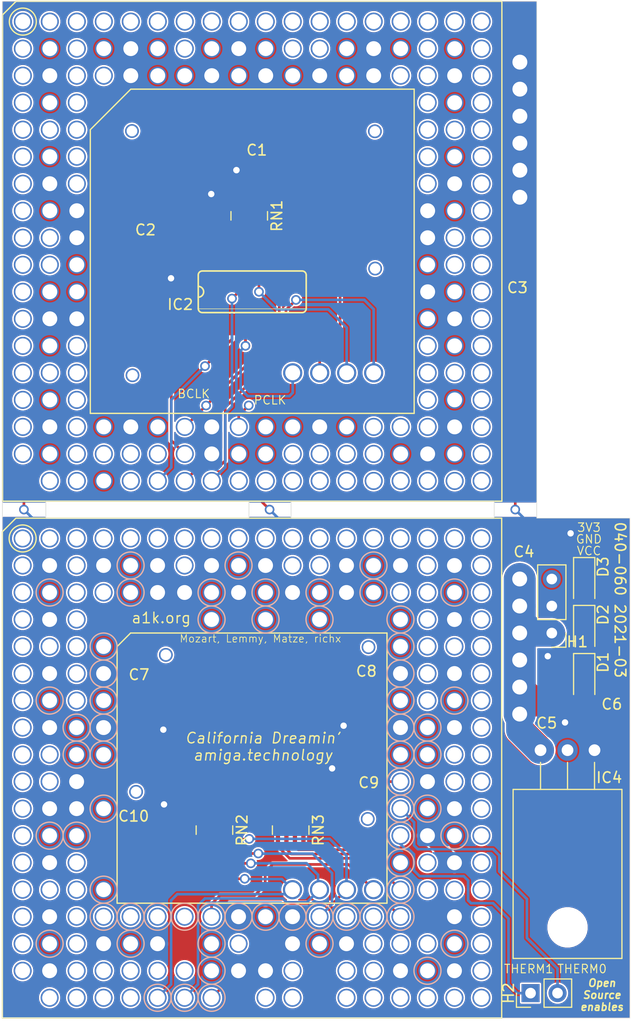
<source format=kicad_pcb>
(kicad_pcb (version 20171130) (host pcbnew 5.1.9-73d0e3b20d~88~ubuntu20.10.1)
  (layers (0 Top signal) (31 Bottom signal) (34 B.Paste user) (35 F.Paste user) (36 B.SilkS user) (37 F.SilkS user) (38 B.Mask user) (39 F.Mask user) (44 Edge.Cuts user))
  (net 0 "")
  (net 1 GND)
  (net 2 VCC)
  (net 3 40_RSTI)
  (net 4 N$1)
  (net 5 N$2)
  (net 6 N$3)
  (net 7 40_BCLK)
  (net 8 40_IPL2)
  (net 9 40_IPL1)
  (net 10 40_IPL0)
  (net 11 60_IPL2)
  (net 12 60_CLKEN)
  (net 13 60_IPL1)
  (net 14 60_IPL0)
  (net 15 +3V3)
  (net 16 TRA)
  (net 17 SNOOP)
  (net 18 BTT)
  (net 19 IPL2)
  (net 20 IPL1)
  (net 21 IPL0)
  (net 22 CLKEN)
  (net 23 CLA)
  (net 24 40_PCLK)
  (net 25 THERM0)
  (net 26 THERM1)
  (net 27 VCC2)
  (net 28 ND1)
  (net 29 ND2)
  (module KiCad/kicad-footprints/Symbol.pretty:OSHW-Logo2_9.8x8mm_Copper (layer Top) (at 136.35 108.375)
    (fp_text reference REF** hide)
    (fp_text value OSHW-Logo2_9.8x8mm_Copper hide)
    (fp_poly (pts (xy 0.139878 -3.712224) (xy 0.245612 -3.711645) (xy 0.322132 -3.710078) (xy 0.374372 -3.707028) (xy 0.407263 -3.702004) (xy 0.425737 -3.694511) (xy 0.434727 -3.684056) (xy 0.439163 -3.670147) (xy 0.439594 -3.668346) (xy 0.446333 -3.635855) (xy 0.458808 -3.571748) (xy 0.475719 -3.482849) (xy 0.495771 -3.375981) (xy 0.517664 -3.257967) (xy 0.518429 -3.253822) (xy 0.540359 -3.138169) (xy 0.560877 -3.035986) (xy 0.578659 -2.953402) (xy 0.592381 -2.896544) (xy 0.600718 -2.871542) (xy 0.601116 -2.871099) (xy 0.625677 -2.85889) (xy 0.676315 -2.838544) (xy 0.742095 -2.814455) (xy 0.742461 -2.814326) (xy 0.825317 -2.783182) (xy 0.923 -2.743509) (xy 1.015077 -2.703619) (xy 1.019434 -2.701647) (xy 1.169407 -2.63358) (xy 1.501498 -2.860361) (xy 1.603374 -2.929496) (xy 1.695657 -2.991303) (xy 1.773003 -3.042267) (xy 1.830064 -3.078873) (xy 1.861495 -3.097606) (xy 1.864479 -3.098996) (xy 1.887321 -3.09281) (xy 1.929982 -3.062965) (xy 1.994128 -3.008053) (xy 2.081421 -2.926666) (xy 2.170535 -2.840078) (xy 2.256441 -2.754753) (xy 2.333327 -2.676892) (xy 2.396564 -2.611303) (xy 2.441523 -2.562795) (xy 2.463576 -2.536175) (xy 2.464396 -2.534805) (xy 2.466834 -2.516537) (xy 2.45765 -2.486705) (xy 2.434574 -2.441279) (xy 2.395337 -2.37623) (xy 2.33767 -2.28753) (xy 2.260795 -2.173343) (xy 2.19257 -2.072838) (xy 2.131582 -1.982697) (xy 2.081356 -1.908151) (xy 2.045416 -1.854435) (xy 2.027287 -1.826782) (xy 2.026146 -1.824905) (xy 2.028359 -1.79841) (xy 2.045138 -1.746914) (xy 2.073142 -1.680149) (xy 2.083122 -1.658828) (xy 2.126672 -1.563841) (xy 2.173134 -1.456063) (xy 2.210877 -1.362808) (xy 2.238073 -1.293594) (xy 2.259675 -1.240994) (xy 2.272158 -1.213503) (xy 2.273709 -1.211384) (xy 2.296668 -1.207876) (xy 2.350786 -1.198262) (xy 2.428868 -1.183911) (xy 2.523719 -1.166193) (xy 2.628143 -1.146475) (xy 2.734944 -1.126126) (xy 2.836926 -1.106514) (xy 2.926894 -1.089009) (xy 2.997653 -1.074978) (xy 3.042006 -1.065791) (xy 3.052885 -1.063193) (xy 3.064122 -1.056782) (xy 3.072605 -1.042303) (xy 3.078714 -1.014867) (xy 3.082832 -0.969589) (xy 3.085341 -0.90158) (xy 3.086621 -0.805953) (xy 3.087054 -0.67782) (xy 3.087077 -0.625299) (xy 3.087077 -0.198155) (xy 2.9845 -0.177909) (xy 2.927431 -0.16693) (xy 2.842269 -0.150905) (xy 2.739372 -0.131767) (xy 2.629096 -0.111449) (xy 2.598615 -0.105868) (xy 2.496855 -0.086083) (xy 2.408205 -0.066627) (xy 2.340108 -0.049303) (xy 2.300004 -0.035912) (xy 2.293323 -0.031921) (xy 2.276919 -0.003658) (xy 2.253399 0.051109) (xy 2.227316 0.121588) (xy 2.222142 0.136769) (xy 2.187956 0.230896) (xy 2.145523 0.337101) (xy 2.103997 0.432473) (xy 2.103792 0.432916) (xy 2.03464 0.582525) (xy 2.489512 1.251617) (xy 2.1975 1.544116) (xy 2.10918 1.63117) (xy 2.028625 1.707909) (xy 1.96036 1.770237) (xy 1.908908 1.814056) (xy 1.878794 1.83527) (xy 1.874474 1.836616) (xy 1.849111 1.826016) (xy 1.797358 1.796547) (xy 1.724868 1.751705) (xy 1.637294 1.694984) (xy 1.542612 1.631462) (xy 1.446516 1.566668) (xy 1.360837 1.510287) (xy 1.291016 1.465788) (xy 1.242494 1.436639) (xy 1.220782 1.426308) (xy 1.194293 1.43505) (xy 1.144062 1.458087) (xy 1.080451 1.490631) (xy 1.073708 1.494249) (xy 0.988046 1.53721) (xy 0.929306 1.558279) (xy 0.892772 1.558503) (xy 0.873731 1.538928) (xy 0.87362 1.538654) (xy 0.864102 1.515472) (xy 0.841403 1.460441) (xy 0.807282 1.377822) (xy 0.7635 1.271872) (xy 0.711816 1.146852) (xy 0.653992 1.00702) (xy 0.597991 0.871637) (xy 0.536447 0.722234) (xy 0.479939 0.583832) (xy 0.430161 0.460673) (xy 0.388806 0.357002) (xy 0.357568 0.277059) (xy 0.338141 0.225088) (xy 0.332154 0.205692) (xy 0.347168 0.183443) (xy 0.386439 0.147982) (xy 0.438807 0.108887) (xy 0.587941 -0.014755) (xy 0.704511 -0.156478) (xy 0.787118 -0.313296) (xy 0.834366 -0.482225) (xy 0.844857 -0.660278) (xy 0.837231 -0.742461) (xy 0.795682 -0.912969) (xy 0.724123 -1.063541) (xy 0.626995 -1.192691) (xy 0.508734 -1.298936) (xy 0.37378 -1.38079) (xy 0.226571 -1.436768) (xy 0.071544 -1.465385) (xy -0.086861 -1.465156) (xy -0.244206 -1.434595) (xy -0.396054 -1.372218) (xy -0.537965 -1.27654) (xy -0.597197 -1.222428) (xy -0.710797 -1.08348) (xy -0.789894 -0.931639) (xy -0.835014 -0.771333) (xy -0.846684 -0.606988) (xy -0.825431 -0.443029) (xy -0.77178 -0.283882) (xy -0.68626 -0.133975) (xy -0.569395 0.002267) (xy -0.438807 0.108887) (xy -0.384412 0.149642) (xy -0.345986 0.184718) (xy -0.332154 0.205726) (xy -0.339397 0.228635) (xy -0.359995 0.283365) (xy -0.392254 0.365672) (xy -0.434479 0.471315) (xy -0.484977 0.59605) (xy -0.542052 0.735636) (xy -0.598146 0.87167) (xy -0.660033 1.021201) (xy -0.717356 1.159767) (xy -0.768356 1.283107) (xy -0.811273 1.386964) (xy -0.844347 1.46708) (xy -0.865819 1.519195) (xy -0.873775 1.538654) (xy -0.892571 1.558423) (xy -0.928926 1.558365) (xy -0.987521 1.537441) (xy -1.073032 1.494613) (xy -1.073708 1.494249) (xy -1.138093 1.461012) (xy -1.190139 1.436802) (xy -1.219488 1.426404) (xy -1.220783 1.426308) (xy -1.242876 1.436855) (xy -1.291652 1.466184) (xy -1.361669 1.510827) (xy -1.447486 1.567314) (xy -1.542612 1.631462) (xy -1.63946 1.696411) (xy -1.726747 1.752896) (xy -1.798819 1.797421) (xy -1.850023 1.82649) (xy -1.874474 1.836616) (xy -1.89699 1.823307) (xy -1.942258 1.786112) (xy -2.005756 1.729128) (xy -2.082961 1.656449) (xy -2.169349 1.572171) (xy -2.197601 1.544016) (xy -2.489713 1.251416) (xy -2.267369 0.925104) (xy -2.199798 0.824897) (xy -2.140493 0.734963) (xy -2.092783 0.66051) (xy -2.059993 0.606751) (xy -2.045452 0.578894) (xy -2.045026 0.576912) (xy -2.052692 0.550655) (xy -2.073311 0.497837) (xy -2.103315 0.42731) (xy -2.124375 0.380093) (xy -2.163752 0.289694) (xy -2.200835 0.198366) (xy -2.229585 0.1212) (xy -2.237395 0.097692) (xy -2.259583 0.034916) (xy -2.281273 -0.013589) (xy -2.293187 -0.031921) (xy -2.319477 -0.043141) (xy -2.376858 -0.059046) (xy -2.457882 -0.077833) (xy -2.555105 -0.097701) (xy -2.598615 -0.105868) (xy -2.709104 -0.126171) (xy -2.815084 -0.14583) (xy -2.906199 -0.162912) (xy -2.972092 -0.175482) (xy -2.9845 -0.177909) (xy -3.087077 -0.198155) (xy -3.087077 -0.625299) (xy -3.086847 -0.765754) (xy -3.085901 -0.872021) (xy -3.083859 -0.948987) (xy -3.080338 -1.00154) (xy -3.074957 -1.034567) (xy -3.067334 -1.052955) (xy -3.057088 -1.061592) (xy -3.052885 -1.063193) (xy -3.02753 -1.068873) (xy -2.971516 -1.080205) (xy -2.892036 -1.095821) (xy -2.796288 -1.114353) (xy -2.691467 -1.134431) (xy -2.584768 -1.154688) (xy -2.483387 -1.173754) (xy -2.394521 -1.190261) (xy -2.325363 -1.202841) (xy -2.283111 -1.210125) (xy -2.27371 -1.211384) (xy -2.265193 -1.228237) (xy -2.24634 -1.27313) (xy -2.220676 -1.33757) (xy -2.210877 -1.362808) (xy -2.171352 -1.460314) (xy -2.124808 -1.568041) (xy -2.083123 -1.658828) (xy -2.05245 -1.728247) (xy -2.032044 -1.78529) (xy -2.025232 -1.820223) (xy -2.026318 -1.824905) (xy -2.040715 -1.847009) (xy -2.073588 -1.896169) (xy -2.12141 -1.967152) (xy -2.180652 -2.054722) (xy -2.247785 -2.153643) (xy -2.261059 -2.17317) (xy -2.338954 -2.28886) (xy -2.396213 -2.376956) (xy -2.435119 -2.441514) (xy -2.457956 -2.486589) (xy -2.467006 -2.516237) (xy -2.464552 -2.534515) (xy -2.464489 -2.534631) (xy -2.445173 -2.558639) (xy -2.402449 -2.605053) (xy -2.340949 -2.669063) (xy -2.265302 -2.745855) (xy -2.180139 -2.830618) (xy -2.170535 -2.840078) (xy -2.06321 -2.944011) (xy -1.980385 -3.020325) (xy -1.920395 -3.070429) (xy -1.881577 -3.09573) (xy -1.86448 -3.098996) (xy -1.839527 -3.08475) (xy -1.787745 -3.051844) (xy -1.71448 -3.003792) (xy -1.62508 -2.94411) (xy -1.524889 -2.876312) (xy -1.501499 -2.860361) (xy -1.169407 -2.63358) (xy -1.019435 -2.701647) (xy -0.92823 -2.741315) (xy -0.830331 -2.781209) (xy -0.746169 -2.813017) (xy -0.742462 -2.814326) (xy -0.676631 -2.838424) (xy -0.625884 -2.8588) (xy -0.601158 -2.871064) (xy -0.601116 -2.871099) (xy -0.593271 -2.893266) (xy -0.579934 -2.947783) (xy -0.56243 -3.02852) (xy -0.542083 -3.12935) (xy -0.520218 -3.244144) (xy -0.518429 -3.253822) (xy -0.496496 -3.372096) (xy -0.47636 -3.479458) (xy -0.45932 -3.569083) (xy -0.446672 -3.634149) (xy -0.439716 -3.667832) (xy -0.439594 -3.668346) (xy -0.435361 -3.682675) (xy -0.427129 -3.693493) (xy -0.409967 -3.701294) (xy -0.378942 -3.706571) (xy -0.329122 -3.709818) (xy -0.255576 -3.711528) (xy -0.153371 -3.712193) (xy -0.017575 -3.712307) (xy 0 -3.712308) (xy 0.139878 -3.712224)) (layer Top) (width 0.01))
    (fp_poly (pts (xy 4.245224 2.647838) (xy 4.322528 2.698361) (xy 4.359814 2.74359) (xy 4.389353 2.825663) (xy 4.391699 2.890607) (xy 4.386385 2.977445) (xy 4.186115 3.065103) (xy 4.088739 3.109887) (xy 4.025113 3.145913) (xy 3.992029 3.177117) (xy 3.98628 3.207436) (xy 4.004658 3.240805) (xy 4.024923 3.262923) (xy 4.083889 3.298393) (xy 4.148024 3.300879) (xy 4.206926 3.273235) (xy 4.250197 3.21832) (xy 4.257936 3.198928) (xy 4.295006 3.138364) (xy 4.337654 3.112552) (xy 4.396154 3.090471) (xy 4.396154 3.174184) (xy 4.390982 3.23115) (xy 4.370723 3.279189) (xy 4.328262 3.334346) (xy 4.321951 3.341514) (xy 4.27472 3.390585) (xy 4.234121 3.41692) (xy 4.183328 3.429035) (xy 4.14122 3.433003) (xy 4.065902 3.433991) (xy 4.012286 3.421466) (xy 3.978838 3.402869) (xy 3.926268 3.361975) (xy 3.889879 3.317748) (xy 3.86685 3.262126) (xy 3.854359 3.187047) (xy 3.849587 3.084449) (xy 3.849206 3.032376) (xy 3.850501 2.969948) (xy 3.968471 2.969948) (xy 3.969839 3.003438) (xy 3.973249 3.008923) (xy 3.995753 3.001472) (xy 4.044182 2.981753) (xy 4.108908 2.953718) (xy 4.122443 2.947692) (xy 4.204244 2.906096) (xy 4.249312 2.869538) (xy 4.259217 2.835296) (xy 4.235526 2.800648) (xy 4.21596 2.785339) (xy 4.14536 2.754721) (xy 4.07928 2.75978) (xy 4.023959 2.797151) (xy 3.985636 2.863473) (xy 3.973349 2.916116) (xy 3.968471 2.969948) (xy 3.850501 2.969948) (xy 3.85173 2.91072) (xy 3.861032 2.82071) (xy 3.87946 2.755167) (xy 3.90936 2.706912) (xy 3.95308 2.668767) (xy 3.972141 2.65644) (xy 4.058726 2.624336) (xy 4.153522 2.622316) (xy 4.245224 2.647838)) (layer Top) (width 0.01))
    (fp_poly (pts (xy 3.570807 2.636782) (xy 3.594161 2.646988) (xy 3.649902 2.691134) (xy 3.697569 2.754967) (xy 3.727048 2.823087) (xy 3.731846 2.85667) (xy 3.71576 2.903556) (xy 3.680475 2.928365) (xy 3.642644 2.943387) (xy 3.625321 2.946155) (xy 3.616886 2.926066) (xy 3.60023 2.882351) (xy 3.592923 2.862598) (xy 3.551948 2.794271) (xy 3.492622 2.760191) (xy 3.416552 2.761239) (xy 3.410918 2.762581) (xy 3.370305 2.781836) (xy 3.340448 2.819375) (xy 3.320055 2.879809) (xy 3.307836 2.967751) (xy 3.3025 3.087813) (xy 3.302 3.151698) (xy 3.301752 3.252403) (xy 3.300126 3.321054) (xy 3.295801 3.364673) (xy 3.287454 3.390282) (xy 3.273765 3.404903) (xy 3.253411 3.415558) (xy 3.252234 3.416095) (xy 3.213038 3.432667) (xy 3.193619 3.438769) (xy 3.190635 3.420319) (xy 3.188081 3.369323) (xy 3.18614 3.292308) (xy 3.184997 3.195805) (xy 3.184769 3.125184) (xy 3.185932 2.988525) (xy 3.190479 2.884851) (xy 3.199999 2.808108) (xy 3.216081 2.752246) (xy 3.240313 2.711212) (xy 3.274286 2.678954) (xy 3.307833 2.65644) (xy 3.388499 2.626476) (xy 3.482381 2.619718) (xy 3.570807 2.636782)) (layer Top) (width 0.01))
    (fp_poly (pts (xy 2.887333 2.633528) (xy 2.94359 2.659117) (xy 2.987747 2.690124) (xy 3.020101 2.724795) (xy 3.042438 2.76952) (xy 3.056546 2.830692) (xy 3.064211 2.914701) (xy 3.06722 3.02794) (xy 3.067538 3.102509) (xy 3.067538 3.39342) (xy 3.017773 3.416095) (xy 2.978576 3.432667) (xy 2.959157 3.438769) (xy 2.955442 3.42061) (xy 2.952495 3.371648) (xy 2.950691 3.300153) (xy 2.950308 3.243385) (xy 2.948661 3.161371) (xy 2.944222 3.096309) (xy 2.93774 3.056467) (xy 2.93259 3.048) (xy 2.897977 3.056646) (xy 2.84364 3.078823) (xy 2.780722 3.108886) (xy 2.720368 3.141192) (xy 2.673721 3.170098) (xy 2.651926 3.189961) (xy 2.651839 3.190175) (xy 2.653714 3.226935) (xy 2.670525 3.262026) (xy 2.700039 3.290528) (xy 2.743116 3.300061) (xy 2.779932 3.29895) (xy 2.832074 3.298133) (xy 2.859444 3.310349) (xy 2.875882 3.342624) (xy 2.877955 3.34871) (xy 2.885081 3.394739) (xy 2.866024 3.422687) (xy 2.816353 3.436007) (xy 2.762697 3.43847) (xy 2.666142 3.42021) (xy 2.616159 3.394131) (xy 2.554429 3.332868) (xy 2.52169 3.25767) (xy 2.518753 3.178211) (xy 2.546424 3.104167) (xy 2.588047 3.057769) (xy 2.629604 3.031793) (xy 2.694922 2.998907) (xy 2.771038 2.965557) (xy 2.783726 2.960461) (xy 2.867333 2.923565) (xy 2.91553 2.891046) (xy 2.93103 2.858718) (xy 2.91655 2.822394) (xy 2.891692 2.794) (xy 2.832939 2.759039) (xy 2.768293 2.756417) (xy 2.709008 2.783358) (xy 2.666339 2.837088) (xy 2.660739 2.85095) (xy 2.628133 2.901936) (xy 2.58053 2.939787) (xy 2.520461 2.97085) (xy 2.520461 2.882768) (xy 2.523997 2.828951) (xy 2.539156 2.786534) (xy 2.572768 2.741279) (xy 2.605035 2.70642) (xy 2.655209 2.657062) (xy 2.694193 2.630547) (xy 2.736064 2.619911) (xy 2.78346 2.618154) (xy 2.887333 2.633528)) (layer Top) (width 0.01))
    (fp_poly (pts (xy 2.395929 2.636662) (xy 2.398911 2.688068) (xy 2.401247 2.766192) (xy 2.402749 2.864857) (xy 2.403231 2.968343) (xy 2.403231 3.318533) (xy 2.341401 3.380363) (xy 2.298793 3.418462) (xy 2.26139 3.433895) (xy 2.21027 3.432918) (xy 2.189978 3.430433) (xy 2.126554 3.4232) (xy 2.074095 3.419055) (xy 2.061308 3.418672) (xy 2.018199 3.421176) (xy 1.956544 3.427462) (xy 1.932638 3.430433) (xy 1.873922 3.435028) (xy 1.834464 3.425046) (xy 1.795338 3.394228) (xy 1.781215 3.380363) (xy 1.719385 3.318533) (xy 1.719385 2.663503) (xy 1.76915 2.640829) (xy 1.812002 2.624034) (xy 1.837073 2.618154) (xy 1.843501 2.636736) (xy 1.849509 2.688655) (xy 1.854697 2.768172) (xy 1.858664 2.869546) (xy 1.860577 2.955192) (xy 1.865923 3.292231) (xy 1.91256 3.298825) (xy 1.954976 3.294214) (xy 1.97576 3.279287) (xy 1.98157 3.251377) (xy 1.98653 3.191925) (xy 1.990246 3.108466) (xy 1.992324 3.008532) (xy 1.992624 2.957104) (xy 1.992923 2.661054) (xy 2.054454 2.639604) (xy 2.098004 2.62502) (xy 2.121694 2.618219) (xy 2.122377 2.618154) (xy 2.124754 2.636642) (xy 2.127366 2.687906) (xy 2.129995 2.765649) (xy 2.132421 2.863574) (xy 2.134115 2.955192) (xy 2.139461 3.292231) (xy 2.256692 3.292231) (xy 2.262072 2.984746) (xy 2.267451 2.677261) (xy 2.324601 2.647707) (xy 2.366797 2.627413) (xy 2.39177 2.618204) (xy 2.392491 2.618154) (xy 2.395929 2.636662)) (layer Top) (width 0.01))
    (fp_poly (pts (xy 1.602081 2.780289) (xy 1.601833 2.92632) (xy 1.600872 3.038655) (xy 1.598794 3.122678) (xy 1.595193 3.183769) (xy 1.589665 3.227309) (xy 1.581804 3.258679) (xy 1.571207 3.283262) (xy 1.563182 3.297294) (xy 1.496728 3.373388) (xy 1.41247 3.421084) (xy 1.319249 3.438199) (xy 1.2259 3.422546) (xy 1.170312 3.394418) (xy 1.111957 3.34576) (xy 1.072186 3.286333) (xy 1.04819 3.208507) (xy 1.037161 3.104652) (xy 1.035599 3.028462) (xy 1.035809 3.022986) (xy 1.172308 3.022986) (xy 1.173141 3.110355) (xy 1.176961 3.168192) (xy 1.185746 3.206029) (xy 1.201474 3.233398) (xy 1.220266 3.254042) (xy 1.283375 3.29389) (xy 1.351137 3.297295) (xy 1.415179 3.264025) (xy 1.420164 3.259517) (xy 1.441439 3.236067) (xy 1.454779 3.208166) (xy 1.462001 3.166641) (xy 1.464923 3.102316) (xy 1.465385 3.0312) (xy 1.464383 2.941858) (xy 1.460238 2.882258) (xy 1.451236 2.843089) (xy 1.435667 2.81504) (xy 1.422902 2.800144) (xy 1.3636 2.762575) (xy 1.295301 2.758057) (xy 1.23011 2.786753) (xy 1.217528 2.797406) (xy 1.196111 2.821063) (xy 1.182744 2.849251) (xy 1.175566 2.891245) (xy 1.172719 2.956319) (xy 1.172308 3.022986) (xy 1.035809 3.022986) (xy 1.040322 2.905765) (xy 1.056362 2.813577) (xy 1.086528 2.744269) (xy 1.133629 2.690211) (xy 1.170312 2.662505) (xy 1.23699 2.632572) (xy 1.314272 2.618678) (xy 1.38611 2.622397) (xy 1.426308 2.6374) (xy 1.442082 2.64167) (xy 1.45255 2.62575) (xy 1.459856 2.583089) (xy 1.465385 2.518106) (xy 1.471437 2.445732) (xy 1.479844 2.402187) (xy 1.495141 2.377287) (xy 1.521864 2.360845) (xy 1.538654 2.353564) (xy 1.602154 2.326963) (xy 1.602081 2.780289)) (layer Top) (width 0.01))
    (fp_poly (pts (xy 0.713362 2.62467) (xy 0.802117 2.657421) (xy 0.874022 2.71535) (xy 0.902144 2.756128) (xy 0.932802 2.830954) (xy 0.932165 2.885058) (xy 0.899987 2.921446) (xy 0.888081 2.927633) (xy 0.836675 2.946925) (xy 0.810422 2.941982) (xy 0.80153 2.909587) (xy 0.801077 2.891692) (xy 0.784797 2.825859) (xy 0.742365 2.779807) (xy 0.683388 2.757564) (xy 0.617475 2.763161) (xy 0.563895 2.792229) (xy 0.545798 2.80881) (xy 0.532971 2.828925) (xy 0.524306 2.859332) (xy 0.518696 2.906788) (xy 0.515035 2.97805) (xy 0.512215 3.079875) (xy 0.511484 3.112115) (xy 0.50882 3.22241) (xy 0.505792 3.300036) (xy 0.50125 3.351396) (xy 0.494046 3.38289) (xy 0.483033 3.40092) (xy 0.46706 3.411888) (xy 0.456834 3.416733) (xy 0.413406 3.433301) (xy 0.387842 3.438769) (xy 0.379395 3.420507) (xy 0.374239 3.365296) (xy 0.372346 3.272499) (xy 0.373689 3.141478) (xy 0.374107 3.121269) (xy 0.377058 3.001733) (xy 0.380548 2.914449) (xy 0.385514 2.852591) (xy 0.392893 2.809336) (xy 0.403624 2.77786) (xy 0.418645 2.751339) (xy 0.426502 2.739975) (xy 0.471553 2.689692) (xy 0.52194 2.650581) (xy 0.528108 2.647167) (xy 0.618458 2.620212) (xy 0.713362 2.62467)) (layer Top) (width 0.01))
    (fp_poly (pts (xy 0.053501 2.626303) (xy 0.13006 2.654733) (xy 0.130936 2.655279) (xy 0.178285 2.690127) (xy 0.213241 2.730852) (xy 0.237825 2.783925) (xy 0.254062 2.855814) (xy 0.263975 2.952992) (xy 0.269586 3.081928) (xy 0.270077 3.100298) (xy 0.277141 3.377287) (xy 0.217695 3.408028) (xy 0.174681 3.428802) (xy 0.14871 3.438646) (xy 0.147509 3.438769) (xy 0.143014 3.420606) (xy 0.139444 3.371612) (xy 0.137248 3.300031) (xy 0.136769 3.242068) (xy 0.136758 3.14817) (xy 0.132466 3.089203) (xy 0.117503 3.061079) (xy 0.085482 3.059706) (xy 0.030014 3.080998) (xy -0.053731 3.120136) (xy -0.115311 3.152643) (xy -0.146983 3.180845) (xy -0.156294 3.211582) (xy -0.156308 3.213104) (xy -0.140943 3.266054) (xy -0.095453 3.29466) (xy -0.025834 3.298803) (xy 0.024313 3.298084) (xy 0.050754 3.312527) (xy 0.067243 3.347218) (xy 0.076733 3.391416) (xy 0.063057 3.416493) (xy 0.057907 3.420082) (xy 0.009425 3.434496) (xy -0.058469 3.436537) (xy -0.128388 3.426983) (xy -0.177932 3.409522) (xy -0.24643 3.351364) (xy -0.285366 3.270408) (xy -0.293077 3.20716) (xy -0.287193 3.150111) (xy -0.265899 3.103542) (xy -0.223735 3.062181) (xy -0.155241 3.020755) (xy -0.054956 2.973993) (xy -0.048846 2.97135) (xy 0.04149 2.929617) (xy 0.097235 2.895391) (xy 0.121129 2.864635) (xy 0.115913 2.833311) (xy 0.084328 2.797383) (xy 0.074883 2.789116) (xy 0.011617 2.757058) (xy -0.053936 2.758407) (xy -0.111028 2.789838) (xy -0.148907 2.848024) (xy -0.152426 2.859446) (xy -0.1867 2.914837) (xy -0.230191 2.941518) (xy -0.293077 2.96796) (xy -0.293077 2.899548) (xy -0.273948 2.80011) (xy -0.217169 2.708902) (xy -0.187622 2.678389) (xy -0.120458 2.639228) (xy -0.035044 2.6215) (xy 0.053501 2.626303)) (layer Top) (width 0.01))
    (fp_poly (pts (xy -0.840154 2.49212) (xy -0.834428 2.57198) (xy -0.827851 2.619039) (xy -0.818738 2.639566) (xy -0.805402 2.639829) (xy -0.801077 2.637378) (xy -0.743556 2.619636) (xy -0.668732 2.620672) (xy -0.592661 2.63891) (xy -0.545082 2.662505) (xy -0.496298 2.700198) (xy -0.460636 2.742855) (xy -0.436155 2.797057) (xy -0.420913 2.869384) (xy -0.41297 2.966419) (xy -0.410384 3.094742) (xy -0.410338 3.119358) (xy -0.410308 3.39587) (xy -0.471839 3.41732) (xy -0.515541 3.431912) (xy -0.539518 3.438706) (xy -0.540223 3.438769) (xy -0.542585 3.420345) (xy -0.544594 3.369526) (xy -0.546099 3.292993) (xy -0.546947 3.19743) (xy -0.547077 3.139329) (xy -0.547349 3.024771) (xy -0.548748 2.942667) (xy -0.552151 2.886393) (xy -0.558433 2.849326) (xy -0.568471 2.824844) (xy -0.583139 2.806325) (xy -0.592298 2.797406) (xy -0.655211 2.761466) (xy -0.723864 2.758775) (xy -0.786152 2.78917) (xy -0.797671 2.800144) (xy -0.814567 2.820779) (xy -0.826286 2.845256) (xy -0.833767 2.880647) (xy -0.837946 2.934026) (xy -0.839763 3.012466) (xy -0.840154 3.120617) (xy -0.840154 3.39587) (xy -0.901685 3.41732) (xy -0.945387 3.431912) (xy -0.969364 3.438706) (xy -0.97007 3.438769) (xy -0.971874 3.420069) (xy -0.9735 3.367322) (xy -0.974883 3.285557) (xy -0.975958 3.179805) (xy -0.97666 3.055094) (xy -0.976923 2.916455) (xy -0.976923 2.381806) (xy -0.849923 2.328236) (xy -0.840154 2.49212)) (layer Top) (width 0.01))
    (fp_poly (pts (xy -2.465746 2.599745) (xy -2.388714 2.651567) (xy -2.329184 2.726412) (xy -2.293622 2.821654) (xy -2.286429 2.891756) (xy -2.287246 2.921009) (xy -2.294086 2.943407) (xy -2.312888 2.963474) (xy -2.349592 2.985733) (xy -2.410138 3.014709) (xy -2.500466 3.054927) (xy -2.500923 3.055129) (xy -2.584067 3.09321) (xy -2.652247 3.127025) (xy -2.698495 3.152933) (xy -2.715842 3.167295) (xy -2.715846 3.167411) (xy -2.700557 3.198685) (xy -2.664804 3.233157) (xy -2.623758 3.25799) (xy -2.602963 3.262923) (xy -2.54623 3.245862) (xy -2.497373 3.203133) (xy -2.473535 3.156155) (xy -2.450603 3.121522) (xy -2.405682 3.082081) (xy -2.352877 3.048009) (xy -2.30629 3.02948) (xy -2.296548 3.028462) (xy -2.285582 3.045215) (xy -2.284921 3.088039) (xy -2.29298 3.145781) (xy -2.308173 3.207289) (xy -2.328914 3.261409) (xy -2.329962 3.26351) (xy -2.392379 3.35066) (xy -2.473274 3.409939) (xy -2.565144 3.439034) (xy -2.660487 3.435634) (xy -2.751802 3.397428) (xy -2.755862 3.394741) (xy -2.827694 3.329642) (xy -2.874927 3.244705) (xy -2.901066 3.133021) (xy -2.904574 3.101643) (xy -2.910787 2.953536) (xy -2.903339 2.884468) (xy -2.715846 2.884468) (xy -2.71341 2.927552) (xy -2.700086 2.940126) (xy -2.666868 2.930719) (xy -2.614506 2.908483) (xy -2.555976 2.88061) (xy -2.554521 2.879872) (xy -2.504911 2.853777) (xy -2.485 2.836363) (xy -2.48991 2.818107) (xy -2.510584 2.79412) (xy -2.563181 2.759406) (xy -2.619823 2.756856) (xy -2.670631 2.782119) (xy -2.705724 2.830847) (xy -2.715846 2.884468) (xy -2.903339 2.884468) (xy -2.898008 2.835036) (xy -2.865222 2.741055) (xy -2.819579 2.675215) (xy -2.737198 2.608681) (xy -2.646454 2.575676) (xy -2.553815 2.573573) (xy -2.465746 2.599745)) (layer Top) (width 0.01))
    (fp_poly (pts (xy -3.983114 2.587256) (xy -3.891536 2.635409) (xy -3.823951 2.712905) (xy -3.799943 2.762727) (xy -3.781262 2.837533) (xy -3.771699 2.932052) (xy -3.770792 3.03521) (xy -3.778079 3.135935) (xy -3.793097 3.223153) (xy -3.815385 3.285791) (xy -3.822235 3.296579) (xy -3.903368 3.377105) (xy -3.999734 3.425336) (xy -4.104299 3.43945) (xy -4.210032 3.417629) (xy -4.239457 3.404547) (xy -4.296759 3.364231) (xy -4.34705 3.310775) (xy -4.351803 3.303995) (xy -4.371122 3.271321) (xy -4.383892 3.236394) (xy -4.391436 3.190414) (xy -4.395076 3.124584) (xy -4.396135 3.030105) (xy -4.396154 3.008923) (xy -4.396106 3.002182) (xy -4.200769 3.002182) (xy -4.199632 3.091349) (xy -4.195159 3.15052) (xy -4.185754 3.188741) (xy -4.169824 3.215053) (xy -4.161692 3.223846) (xy -4.114942 3.257261) (xy -4.069553 3.255737) (xy -4.02366 3.226752) (xy -3.996288 3.195809) (xy -3.980077 3.150643) (xy -3.970974 3.07942) (xy -3.970349 3.071114) (xy -3.968796 2.942037) (xy -3.985035 2.846172) (xy -4.018848 2.784107) (xy -4.070016 2.756432) (xy -4.08828 2.754923) (xy -4.13624 2.762513) (xy -4.169047 2.788808) (xy -4.189105 2.839095) (xy -4.198822 2.918664) (xy -4.200769 3.002182) (xy -4.396106 3.002182) (xy -4.395426 2.908249) (xy -4.392371 2.837906) (xy -4.385678 2.789163) (xy -4.37404 2.753288) (xy -4.356147 2.721548) (xy -4.352192 2.715648) (xy -4.285733 2.636104) (xy -4.213315 2.589929) (xy -4.125151 2.571599) (xy -4.095213 2.570703) (xy -3.983114 2.587256)) (layer Top) (width 0.01))
    (fp_poly (pts (xy -1.728336 2.595089) (xy -1.665633 2.631358) (xy -1.622039 2.667358) (xy -1.590155 2.705075) (xy -1.56819 2.751199) (xy -1.554351 2.812421) (xy -1.546847 2.895431) (xy -1.543883 3.006919) (xy -1.543539 3.087062) (xy -1.543539 3.382065) (xy -1.709615 3.456515) (xy -1.719385 3.133402) (xy -1.723421 3.012729) (xy -1.727656 2.925141) (xy -1.732903 2.86465) (xy -1.739975 2.825268) (xy -1.749689 2.801007) (xy -1.762856 2.78588) (xy -1.767081 2.782606) (xy -1.831091 2.757034) (xy -1.895792 2.767153) (xy -1.934308 2.794) (xy -1.949975 2.813024) (xy -1.96082 2.837988) (xy -1.967712 2.875834) (xy -1.971521 2.933502) (xy -1.973117 3.017935) (xy -1.973385 3.105928) (xy -1.973437 3.216323) (xy -1.975328 3.294463) (xy -1.981655 3.347165) (xy -1.995017 3.381242) (xy -2.018015 3.403511) (xy -2.053246 3.420787) (xy -2.100303 3.438738) (xy -2.151697 3.458278) (xy -2.145579 3.111485) (xy -2.143116 2.986468) (xy -2.140233 2.894082) (xy -2.136102 2.827881) (xy -2.129893 2.78142) (xy -2.120774 2.748256) (xy -2.107917 2.721944) (xy -2.092416 2.698729) (xy -2.017629 2.624569) (xy -1.926372 2.581684) (xy -1.827117 2.571412) (xy -1.728336 2.595089)) (layer Top) (width 0.01))
    (fp_poly (pts (xy -3.231114 2.584505) (xy -3.156461 2.621727) (xy -3.090569 2.690261) (xy -3.072423 2.715648) (xy -3.052655 2.748866) (xy -3.039828 2.784945) (xy -3.03249 2.833098) (xy -3.029187 2.902536) (xy -3.028462 2.994206) (xy -3.031737 3.11983) (xy -3.043123 3.214154) (xy -3.064959 3.284523) (xy -3.099581 3.338286) (xy -3.14933 3.382788) (xy -3.152986 3.385423) (xy -3.202015 3.412377) (xy -3.261055 3.425712) (xy -3.336141 3.429) (xy -3.458205 3.429) (xy -3.458256 3.547497) (xy -3.459392 3.613492) (xy -3.466314 3.652202) (xy -3.484402 3.675419) (xy -3.519038 3.694933) (xy -3.527355 3.69892) (xy -3.56628 3.717603) (xy -3.596417 3.729403) (xy -3.618826 3.730422) (xy -3.634567 3.716761) (xy -3.644698 3.684522) (xy -3.650277 3.629804) (xy -3.652365 3.548711) (xy -3.652019 3.437344) (xy -3.6503 3.291802) (xy -3.649763 3.248269) (xy -3.647828 3.098205) (xy -3.646096 3.000042) (xy -3.458308 3.000042) (xy -3.457252 3.083364) (xy -3.452562 3.13788) (xy -3.441949 3.173837) (xy -3.423128 3.201482) (xy -3.41035 3.214965) (xy -3.35811 3.254417) (xy -3.311858 3.257628) (xy -3.264133 3.225049) (xy -3.262923 3.223846) (xy -3.243506 3.198668) (xy -3.231693 3.164447) (xy -3.225735 3.111748) (xy -3.22388 3.031131) (xy -3.223846 3.013271) (xy -3.22833 2.902175) (xy -3.242926 2.825161) (xy -3.26935 2.778147) (xy -3.309317 2.75705) (xy -3.332416 2.754923) (xy -3.387238 2.7649) (xy -3.424842 2.797752) (xy -3.447477 2.857857) (xy -3.457394 2.949598) (xy -3.458308 3.000042) (xy -3.646096 3.000042) (xy -3.645778 2.98206) (xy -3.643127 2.894679) (xy -3.639394 2.830905) (xy -3.634093 2.785582) (xy -3.626742 2.753555) (xy -3.616857 2.729668) (xy -3.603954 2.708764) (xy -3.598421 2.700898) (xy -3.525031 2.626595) (xy -3.43224 2.584467) (xy -3.324904 2.572722) (xy -3.231114 2.584505)) (layer Top) (width 0.01))
  )
  (module KiCad/kicad-footprints/Resistor_SMD.pretty:R_Array_Concave_4x0603 (layer Top) (at 134.875 63.725 270)
    (fp_text reference RN1 (at 0 -2.6 90) (layer F.SilkS))
    (fp_text value 4.7K)
    (pad 5 smd rect (at 0.85 1.2 270) (size 0.9 0.4) (layers Top F.Paste F.Mask) (net 4 N$1))
    (pad 6 smd rect (at 0.85 0.4 270) (size 0.9 0.4) (layers Top F.Paste F.Mask) (net 6 N$3))
    (pad 7 smd rect (at 0.85 -0.4 270) (size 0.9 0.4) (layers Top F.Paste F.Mask) (net 5 N$2))
    (pad 8 smd rect (at 0.85 -1.2 270) (size 0.9 0.4) (layers Top F.Paste F.Mask))
    (pad 4 smd rect (at -0.85 1.2 270) (size 0.9 0.4) (layers Top F.Paste F.Mask) (net 2 VCC))
    (pad 1 smd rect (at -0.85 -1.2 270) (size 0.9 0.4) (layers Top F.Paste F.Mask))
    (pad 3 smd rect (at -0.85 0.4 270) (size 0.9 0.4) (layers Top F.Paste F.Mask) (net 2 VCC))
    (pad 2 smd rect (at -0.85 -0.4 270) (size 0.9 0.4) (layers Top F.Paste F.Mask) (net 2 VCC))
  )
  (module KiCad/kicad-footprints/Resistor_SMD.pretty:R_Array_Concave_4x0603 (layer Top) (at 138.775 121.475 270)
    (fp_text reference RN3 (at 0 -2.6 90) (layer F.SilkS))
    (fp_text value 4.7k)
    (pad 2 smd rect (at -0.85 -0.4 270) (size 0.9 0.4) (layers Top F.Paste F.Mask) (net 15 +3V3))
    (pad 3 smd rect (at -0.85 0.4 270) (size 0.9 0.4) (layers Top F.Paste F.Mask) (net 15 +3V3))
    (pad 1 smd rect (at -0.85 -1.2 270) (size 0.9 0.4) (layers Top F.Paste F.Mask))
    (pad 4 smd rect (at -0.85 1.2 270) (size 0.9 0.4) (layers Top F.Paste F.Mask) (net 15 +3V3))
    (pad 8 smd rect (at 0.85 -1.2 270) (size 0.9 0.4) (layers Top F.Paste F.Mask))
    (pad 7 smd rect (at 0.85 -0.4 270) (size 0.9 0.4) (layers Top F.Paste F.Mask) (net 23 CLA))
    (pad 6 smd rect (at 0.85 0.4 270) (size 0.9 0.4) (layers Top F.Paste F.Mask) (net 17 SNOOP))
    (pad 5 smd rect (at 0.85 1.2 270) (size 0.9 0.4) (layers Top F.Paste F.Mask) (net 18 BTT))
  )
  (module KiCad/kicad-footprints/Resistor_SMD.pretty:R_Array_Concave_4x0603 (layer Top) (at 131.6 121.475 270)
    (fp_text reference RN2 (at 0 -2.6 90) (layer F.SilkS))
    (fp_text value 4.7k)
    (pad 5 smd rect (at 0.85 1.2 270) (size 0.9 0.4) (layers Top F.Paste F.Mask) (net 19 IPL2))
    (pad 6 smd rect (at 0.85 0.4 270) (size 0.9 0.4) (layers Top F.Paste F.Mask) (net 20 IPL1))
    (pad 7 smd rect (at 0.85 -0.4 270) (size 0.9 0.4) (layers Top F.Paste F.Mask) (net 16 TRA))
    (pad 8 smd rect (at 0.85 -1.2 270) (size 0.9 0.4) (layers Top F.Paste F.Mask) (net 21 IPL0))
    (pad 4 smd rect (at -0.85 1.2 270) (size 0.9 0.4) (layers Top F.Paste F.Mask) (net 15 +3V3))
    (pad 1 smd rect (at -0.85 -1.2 270) (size 0.9 0.4) (layers Top F.Paste F.Mask) (net 15 +3V3))
    (pad 3 smd rect (at -0.85 0.4 270) (size 0.9 0.4) (layers Top F.Paste F.Mask) (net 15 +3V3))
    (pad 2 smd rect (at -0.85 -0.4 270) (size 0.9 0.4) (layers Top F.Paste F.Mask) (net 15 +3V3))
  )
  (module Bot_68040_mk2a:PGA179_BIG (layer Top) (at 135.1572 67.056)
    (fp_text reference IC1 hide)
    (fp_text value "")
    (pad A01 thru_hole circle (at -21.59 -21.59) (size 1.7 1.7) (drill 1.4) (layers *.Cu *.Mask))
    (pad A02 thru_hole circle (at -19.05 -21.59) (size 1.7 1.7) (drill 1.4) (layers *.Cu *.Mask))
    (pad A03 thru_hole circle (at -16.51 -21.59) (size 1.7 1.7) (drill 1.4) (layers *.Cu *.Mask))
    (pad A04 thru_hole circle (at -13.97 -21.59) (size 1.7 1.7) (drill 1.4) (layers *.Cu *.Mask))
    (pad A05 thru_hole circle (at -11.43 -21.59) (size 1.7 1.7) (drill 1.4) (layers *.Cu *.Mask))
    (pad A06 thru_hole circle (at -8.89 -21.59) (size 1.7 1.7) (drill 1.4) (layers *.Cu *.Mask))
    (pad A07 thru_hole circle (at -6.35 -21.59) (size 1.7 1.7) (drill 1.4) (layers *.Cu *.Mask))
    (pad A08 thru_hole circle (at -3.81 -21.59) (size 1.7 1.7) (drill 1.4) (layers *.Cu *.Mask))
    (pad A09 thru_hole circle (at -1.27 -21.59) (size 1.7 1.7) (drill 1.4) (layers *.Cu *.Mask))
    (pad A10 thru_hole circle (at 1.27 -21.59) (size 1.7 1.7) (drill 1.4) (layers *.Cu *.Mask))
    (pad A11 thru_hole circle (at 3.81 -21.59) (size 1.7 1.7) (drill 1.4) (layers *.Cu *.Mask))
    (pad A12 thru_hole circle (at 6.35 -21.59) (size 1.7 1.7) (drill 1.4) (layers *.Cu *.Mask))
    (pad A13 thru_hole circle (at 8.89 -21.59) (size 1.7 1.7) (drill 1.4) (layers *.Cu *.Mask))
    (pad B13 thru_hole circle (at 8.89 -19.05) (size 1.7 1.7) (drill 1.4) (layers *.Cu *.Mask) (net 1 GND))
    (pad M01 thru_hole circle (at -21.59 6.35) (size 1.7 1.7) (drill 1.4) (layers *.Cu *.Mask))
    (pad L01 thru_hole circle (at -21.59 3.81) (size 1.7 1.7) (drill 1.4) (layers *.Cu *.Mask))
    (pad K01 thru_hole circle (at -21.59 1.27) (size 1.7 1.7) (drill 1.4) (layers *.Cu *.Mask))
    (pad J01 thru_hole circle (at -21.59 -1.27) (size 1.7 1.7) (drill 1.4) (layers *.Cu *.Mask))
    (pad H01 thru_hole circle (at -21.59 -3.81) (size 1.7 1.7) (drill 1.4) (layers *.Cu *.Mask))
    (pad G01 thru_hole circle (at -21.59 -6.35) (size 1.7 1.7) (drill 1.4) (layers *.Cu *.Mask))
    (pad F01 thru_hole circle (at -21.59 -8.89) (size 1.7 1.7) (drill 1.4) (layers *.Cu *.Mask))
    (pad E01 thru_hole circle (at -21.59 -11.43) (size 1.7 1.7) (drill 1.4) (layers *.Cu *.Mask))
    (pad D01 thru_hole circle (at -21.59 -13.97) (size 1.7 1.7) (drill 1.4) (layers *.Cu *.Mask))
    (pad B01 thru_hole circle (at -21.59 -19.05) (size 1.7 1.7) (drill 1.4) (layers *.Cu *.Mask))
    (pad B02 thru_hole circle (at -19.05 -19.05) (size 1.7 1.7) (drill 1.4) (layers *.Cu *.Mask) (net 1 GND))
    (pad B03 thru_hole circle (at -16.51 -19.05) (size 1.7 1.7) (drill 1.4) (layers *.Cu *.Mask))
    (pad B04 thru_hole circle (at -13.97 -19.05) (size 1.7 1.7) (drill 1.4) (layers *.Cu *.Mask) (net 1 GND))
    (pad B05 thru_hole circle (at -11.43 -19.05) (size 1.7 1.7) (drill 1.4) (layers *.Cu *.Mask) (net 2 VCC))
    (pad B06 thru_hole circle (at -8.89 -19.05) (size 1.7 1.7) (drill 1.4) (layers *.Cu *.Mask) (net 1 GND))
    (pad B07 thru_hole circle (at -6.35 -19.05) (size 1.7 1.7) (drill 1.4) (layers *.Cu *.Mask))
    (pad B08 thru_hole circle (at -3.81 -19.05) (size 1.7 1.7) (drill 1.4) (layers *.Cu *.Mask) (net 1 GND))
    (pad B09 thru_hole circle (at -1.27 -19.05) (size 1.7 1.7) (drill 1.4) (layers *.Cu *.Mask) (net 2 VCC))
    (pad B10 thru_hole circle (at 1.27 -19.05) (size 1.7 1.7) (drill 1.4) (layers *.Cu *.Mask) (net 1 GND))
    (pad B11 thru_hole circle (at 3.81 -19.05) (size 1.7 1.7) (drill 1.4) (layers *.Cu *.Mask))
    (pad B12 thru_hole circle (at 6.35 -19.05) (size 1.7 1.7) (drill 1.4) (layers *.Cu *.Mask))
    (pad R13 thru_hole circle (at 8.89 16.51) (size 1.7 1.7) (drill 1.4) (layers *.Cu *.Mask) (net 1 GND))
    (pad S13 thru_hole circle (at 8.89 19.05) (size 1.7 1.7) (drill 1.4) (layers *.Cu *.Mask))
    (pad M02 thru_hole circle (at -19.05 6.35) (size 1.7 1.7) (drill 1.4) (layers *.Cu *.Mask) (net 2 VCC))
    (pad L02 thru_hole circle (at -19.05 3.81) (size 1.7 1.7) (drill 1.4) (layers *.Cu *.Mask) (net 1 GND))
    (pad K02 thru_hole circle (at -19.05 1.27) (size 1.7 1.7) (drill 1.4) (layers *.Cu *.Mask))
    (pad J02 thru_hole circle (at -19.05 -1.27) (size 1.7 1.7) (drill 1.4) (layers *.Cu *.Mask))
    (pad H02 thru_hole circle (at -19.05 -3.81) (size 1.7 1.7) (drill 1.4) (layers *.Cu *.Mask) (net 1 GND))
    (pad G02 thru_hole circle (at -19.05 -6.35) (size 1.7 1.7) (drill 1.4) (layers *.Cu *.Mask) (net 2 VCC))
    (pad F02 thru_hole circle (at -19.05 -8.89) (size 1.7 1.7) (drill 1.4) (layers *.Cu *.Mask) (net 1 GND))
    (pad E02 thru_hole circle (at -19.05 -11.43) (size 1.7 1.7) (drill 1.4) (layers *.Cu *.Mask))
    (pad D02 thru_hole circle (at -19.05 -13.97) (size 1.7 1.7) (drill 1.4) (layers *.Cu *.Mask) (net 1 GND))
    (pad N02 thru_hole circle (at -19.05 8.89) (size 1.7 1.7) (drill 1.4) (layers *.Cu *.Mask) (net 1 GND))
    (pad T13 thru_hole circle (at 8.89 21.59) (size 1.7 1.7) (drill 1.4) (layers *.Cu *.Mask))
    (pad T12 thru_hole circle (at 6.35 21.59) (size 1.7 1.7) (drill 1.4) (layers *.Cu *.Mask))
    (pad T11 thru_hole circle (at 3.81 21.59) (size 1.7 1.7) (drill 1.4) (layers *.Cu *.Mask))
    (pad T10 thru_hole circle (at 1.27 21.59) (size 1.7 1.7) (drill 1.4) (layers *.Cu *.Mask))
    (pad T09 thru_hole circle (at -1.27 21.59) (size 1.7 1.7) (drill 1.4) (layers *.Cu *.Mask))
    (pad T08 thru_hole circle (at -3.81 21.59) (size 1.7 1.7) (drill 1.4) (layers *.Cu *.Mask) (net 10 40_IPL0))
    (pad T07 thru_hole circle (at -6.35 21.59) (size 1.7 1.7) (drill 1.4) (layers *.Cu *.Mask) (net 9 40_IPL1))
    (pad T06 thru_hole circle (at -8.89 21.59) (size 1.7 1.7) (drill 1.4) (layers *.Cu *.Mask) (net 8 40_IPL2))
    (pad T05 thru_hole circle (at -11.43 21.59) (size 1.7 1.7) (drill 1.4) (layers *.Cu *.Mask))
    (pad T04 thru_hole circle (at -13.97 21.59) (size 1.7 1.7) (drill 1.4) (layers *.Cu *.Mask) (net 1 GND))
    (pad N03 thru_hole circle (at -16.51 8.89) (size 1.7 1.7) (drill 1.4) (layers *.Cu *.Mask))
    (pad C13 thru_hole circle (at 8.89 -16.51) (size 1.7 1.7) (drill 1.4) (layers *.Cu *.Mask) (net 1 GND))
    (pad C01 thru_hole circle (at -21.59 -16.51) (size 1.7 1.7) (drill 1.4) (layers *.Cu *.Mask))
    (pad C12 thru_hole circle (at 6.35 -16.51) (size 1.7 1.7) (drill 1.4) (layers *.Cu *.Mask) (net 2 VCC))
    (pad C11 thru_hole circle (at 3.81 -16.51) (size 1.7 1.7) (drill 1.4) (layers *.Cu *.Mask) (net 1 GND))
    (pad C10 thru_hole circle (at 1.27 -16.51) (size 1.7 1.7) (drill 1.4) (layers *.Cu *.Mask) (net 2 VCC))
    (pad C09 thru_hole circle (at -1.27 -16.51) (size 1.7 1.7) (drill 1.4) (layers *.Cu *.Mask) (net 1 GND))
    (pad C08 thru_hole circle (at -3.81 -16.51) (size 1.7 1.7) (drill 1.4) (layers *.Cu *.Mask) (net 2 VCC))
    (pad C07 thru_hole circle (at -6.35 -16.51) (size 1.7 1.7) (drill 1.4) (layers *.Cu *.Mask) (net 1 GND))
    (pad C06 thru_hole circle (at -8.89 -16.51) (size 1.7 1.7) (drill 1.4) (layers *.Cu *.Mask) (net 1 GND))
    (pad C05 thru_hole circle (at -11.43 -16.51) (size 1.7 1.7) (drill 1.4) (layers *.Cu *.Mask) (net 2 VCC))
    (pad C04 thru_hole circle (at -13.97 -16.51) (size 1.7 1.7) (drill 1.4) (layers *.Cu *.Mask))
    (pad C03 thru_hole circle (at -16.51 -16.51) (size 1.7 1.7) (drill 1.4) (layers *.Cu *.Mask))
    (pad C02 thru_hole circle (at -19.05 -16.51) (size 1.7 1.7) (drill 1.4) (layers *.Cu *.Mask) (net 2 VCC))
    (pad N01 thru_hole circle (at -21.59 8.89) (size 1.7 1.7) (drill 1.4) (layers *.Cu *.Mask))
    (pad M03 thru_hole circle (at -16.51 6.35) (size 1.7 1.7) (drill 1.4) (layers *.Cu *.Mask) (net 2 VCC))
    (pad L03 thru_hole circle (at -16.51 3.81) (size 1.7 1.7) (drill 1.4) (layers *.Cu *.Mask) (net 1 GND))
    (pad K03 thru_hole circle (at -16.51 1.27) (size 1.7 1.7) (drill 1.4) (layers *.Cu *.Mask) (net 1 GND))
    (pad J03 thru_hole circle (at -16.51 -1.27) (size 1.7 1.7) (drill 1.4) (layers *.Cu *.Mask) (net 2 VCC))
    (pad H03 thru_hole circle (at -16.51 -3.81) (size 1.7 1.7) (drill 1.4) (layers *.Cu *.Mask) (net 2 VCC))
    (pad G03 thru_hole circle (at -16.51 -6.35) (size 1.7 1.7) (drill 1.4) (layers *.Cu *.Mask))
    (pad F03 thru_hole circle (at -16.51 -8.89) (size 1.7 1.7) (drill 1.4) (layers *.Cu *.Mask))
    (pad E03 thru_hole circle (at -16.51 -11.43) (size 1.7 1.7) (drill 1.4) (layers *.Cu *.Mask))
    (pad D03 thru_hole circle (at -16.51 -13.97) (size 1.7 1.7) (drill 1.4) (layers *.Cu *.Mask))
    (pad S12 thru_hole circle (at 6.35 19.05) (size 1.7 1.7) (drill 1.4) (layers *.Cu *.Mask))
    (pad R12 thru_hole circle (at 6.35 16.51) (size 1.7 1.7) (drill 1.4) (layers *.Cu *.Mask) (net 2 VCC))
    (pad S04 thru_hole circle (at -13.97 19.05) (size 1.7 1.7) (drill 1.4) (layers *.Cu *.Mask))
    (pad S05 thru_hole circle (at -11.43 19.05) (size 1.7 1.7) (drill 1.4) (layers *.Cu *.Mask))
    (pad S06 thru_hole circle (at -8.89 19.05) (size 1.7 1.7) (drill 1.4) (layers *.Cu *.Mask))
    (pad S07 thru_hole circle (at -6.35 19.05) (size 1.7 1.7) (drill 1.4) (layers *.Cu *.Mask) (net 3 40_RSTI))
    (pad S08 thru_hole circle (at -3.81 19.05) (size 1.7 1.7) (drill 1.4) (layers *.Cu *.Mask) (net 2 VCC))
    (pad S09 thru_hole circle (at -1.27 19.05) (size 1.7 1.7) (drill 1.4) (layers *.Cu *.Mask) (net 1 GND))
    (pad S10 thru_hole circle (at 1.27 19.05) (size 1.7 1.7) (drill 1.4) (layers *.Cu *.Mask) (net 1 GND))
    (pad S11 thru_hole circle (at 3.81 19.05) (size 1.7 1.7) (drill 1.4) (layers *.Cu *.Mask))
    (pad R11 thru_hole circle (at 3.81 16.51) (size 1.7 1.7) (drill 1.4) (layers *.Cu *.Mask) (net 1 GND))
    (pad R10 thru_hole circle (at 1.27 16.51) (size 1.7 1.7) (drill 1.4) (layers *.Cu *.Mask) (net 1 GND))
    (pad R09 thru_hole circle (at -1.27 16.51) (size 1.7 1.7) (drill 1.4) (layers *.Cu *.Mask) (net 24 40_PCLK))
    (pad R08 thru_hole circle (at -3.81 16.51) (size 1.7 1.7) (drill 1.4) (layers *.Cu *.Mask) (net 2 VCC))
    (pad R07 thru_hole circle (at -6.35 16.51) (size 1.7 1.7) (drill 1.4) (layers *.Cu *.Mask) (net 7 40_BCLK))
    (pad R06 thru_hole circle (at -8.89 16.51) (size 1.7 1.7) (drill 1.4) (layers *.Cu *.Mask) (net 1 GND))
    (pad R05 thru_hole circle (at -11.43 16.51) (size 1.7 1.7) (drill 1.4) (layers *.Cu *.Mask) (net 2 VCC))
    (pad R04 thru_hole circle (at -13.97 16.51) (size 1.7 1.7) (drill 1.4) (layers *.Cu *.Mask) (net 1 GND))
    (pad P01 thru_hole circle (at -21.59 11.43) (size 1.7 1.7) (drill 1.4) (layers *.Cu *.Mask))
    (pad Q01 thru_hole circle (at -21.59 13.97) (size 1.7 1.7) (drill 1.4) (layers *.Cu *.Mask))
    (pad R01 thru_hole circle (at -21.59 16.51) (size 1.7 1.7) (drill 1.4) (layers *.Cu *.Mask))
    (pad S01 thru_hole circle (at -21.59 19.05) (size 1.7 1.7) (drill 1.4) (layers *.Cu *.Mask))
    (pad A14 thru_hole circle (at 11.43 -21.59) (size 1.7 1.7) (drill 1.4) (layers *.Cu *.Mask))
    (pad A15 thru_hole circle (at 13.97 -21.59) (size 1.7 1.7) (drill 1.4) (layers *.Cu *.Mask))
    (pad A16 thru_hole circle (at 16.51 -21.59) (size 1.7 1.7) (drill 1.4) (layers *.Cu *.Mask))
    (pad A17 thru_hole circle (at 19.05 -21.59) (size 1.7 1.7) (drill 1.4) (layers *.Cu *.Mask))
    (pad P02 thru_hole circle (at -19.05 11.43) (size 1.7 1.7) (drill 1.4) (layers *.Cu *.Mask))
    (pad P03 thru_hole circle (at -16.51 11.43) (size 1.7 1.7) (drill 1.4) (layers *.Cu *.Mask))
    (pad Q02 thru_hole circle (at -19.05 13.97) (size 1.7 1.7) (drill 1.4) (layers *.Cu *.Mask) (net 1 GND))
    (pad Q03 thru_hole circle (at -16.51 13.97) (size 1.7 1.7) (drill 1.4) (layers *.Cu *.Mask))
    (pad R03 thru_hole circle (at -16.51 16.51) (size 1.7 1.7) (drill 1.4) (layers *.Cu *.Mask))
    (pad S03 thru_hole circle (at -16.51 19.05) (size 1.7 1.7) (drill 1.4) (layers *.Cu *.Mask))
    (pad T03 thru_hole circle (at -16.51 21.59) (size 1.7 1.7) (drill 1.4) (layers *.Cu *.Mask))
    (pad T02 thru_hole circle (at -19.05 21.59) (size 1.7 1.7) (drill 1.4) (layers *.Cu *.Mask))
    (pad S02 thru_hole circle (at -19.05 19.05) (size 1.7 1.7) (drill 1.4) (layers *.Cu *.Mask) (net 1 GND))
    (pad R02 thru_hole circle (at -19.05 16.51) (size 1.7 1.7) (drill 1.4) (layers *.Cu *.Mask) (net 2 VCC))
    (pad B14 thru_hole circle (at 11.43 -19.05) (size 1.7 1.7) (drill 1.4) (layers *.Cu *.Mask) (net 2 VCC))
    (pad C14 thru_hole circle (at 11.43 -16.51) (size 1.7 1.7) (drill 1.4) (layers *.Cu *.Mask) (net 2 VCC))
    (pad B15 thru_hole circle (at 13.97 -19.05) (size 1.7 1.7) (drill 1.4) (layers *.Cu *.Mask) (net 1 GND))
    (pad C15 thru_hole circle (at 13.97 -16.51) (size 1.7 1.7) (drill 1.4) (layers *.Cu *.Mask))
    (pad B16 thru_hole circle (at 16.51 -19.05) (size 1.7 1.7) (drill 1.4) (layers *.Cu *.Mask))
    (pad C16 thru_hole circle (at 16.51 -16.51) (size 1.7 1.7) (drill 1.4) (layers *.Cu *.Mask))
    (pad B17 thru_hole circle (at 19.05 -19.05) (size 1.7 1.7) (drill 1.4) (layers *.Cu *.Mask) (net 1 GND))
    (pad C17 thru_hole circle (at 19.05 -16.51) (size 1.7 1.7) (drill 1.4) (layers *.Cu *.Mask) (net 2 VCC))
    (pad B18 thru_hole circle (at 21.59 -19.05) (size 1.7 1.7) (drill 1.4) (layers *.Cu *.Mask))
    (pad C18 thru_hole circle (at 21.59 -16.51) (size 1.7 1.7) (drill 1.4) (layers *.Cu *.Mask))
    (pad D16 thru_hole circle (at 16.51 -13.97) (size 1.7 1.7) (drill 1.4) (layers *.Cu *.Mask))
    (pad D17 thru_hole circle (at 19.05 -13.97) (size 1.7 1.7) (drill 1.4) (layers *.Cu *.Mask) (net 1 GND))
    (pad D18 thru_hole circle (at 21.59 -13.97) (size 1.7 1.7) (drill 1.4) (layers *.Cu *.Mask))
    (pad E16 thru_hole circle (at 16.51 -11.43) (size 1.7 1.7) (drill 1.4) (layers *.Cu *.Mask))
    (pad E17 thru_hole circle (at 19.05 -11.43) (size 1.7 1.7) (drill 1.4) (layers *.Cu *.Mask))
    (pad E18 thru_hole circle (at 21.59 -11.43) (size 1.7 1.7) (drill 1.4) (layers *.Cu *.Mask))
    (pad F16 thru_hole circle (at 16.51 -8.89) (size 1.7 1.7) (drill 1.4) (layers *.Cu *.Mask))
    (pad F17 thru_hole circle (at 19.05 -8.89) (size 1.7 1.7) (drill 1.4) (layers *.Cu *.Mask) (net 1 GND))
    (pad F18 thru_hole circle (at 21.59 -8.89) (size 1.7 1.7) (drill 1.4) (layers *.Cu *.Mask))
    (pad G16 thru_hole circle (at 16.51 -6.35) (size 1.7 1.7) (drill 1.4) (layers *.Cu *.Mask))
    (pad H16 thru_hole circle (at 16.51 -3.81) (size 1.7 1.7) (drill 1.4) (layers *.Cu *.Mask) (net 2 VCC))
    (pad J16 thru_hole circle (at 16.51 -1.27) (size 1.7 1.7) (drill 1.4) (layers *.Cu *.Mask) (net 2 VCC))
    (pad K16 thru_hole circle (at 16.51 1.27) (size 1.7 1.7) (drill 1.4) (layers *.Cu *.Mask) (net 1 GND))
    (pad L16 thru_hole circle (at 16.51 3.81) (size 1.7 1.7) (drill 1.4) (layers *.Cu *.Mask) (net 2 VCC))
    (pad M16 thru_hole circle (at 16.51 6.35) (size 1.7 1.7) (drill 1.4) (layers *.Cu *.Mask) (net 1 GND))
    (pad N16 thru_hole circle (at 16.51 8.89) (size 1.7 1.7) (drill 1.4) (layers *.Cu *.Mask))
    (pad P16 thru_hole circle (at 16.51 11.43) (size 1.7 1.7) (drill 1.4) (layers *.Cu *.Mask))
    (pad Q16 thru_hole circle (at 16.51 13.97) (size 1.7 1.7) (drill 1.4) (layers *.Cu *.Mask))
    (pad R16 thru_hole circle (at 16.51 16.51) (size 1.7 1.7) (drill 1.4) (layers *.Cu *.Mask))
    (pad S16 thru_hole circle (at 16.51 19.05) (size 1.7 1.7) (drill 1.4) (layers *.Cu *.Mask) (net 2 VCC))
    (pad T16 thru_hole circle (at 16.51 21.59) (size 1.7 1.7) (drill 1.4) (layers *.Cu *.Mask))
    (pad T17 thru_hole circle (at 19.05 21.59) (size 1.7 1.7) (drill 1.4) (layers *.Cu *.Mask))
    (pad S17 thru_hole circle (at 19.05 19.05) (size 1.7 1.7) (drill 1.4) (layers *.Cu *.Mask) (net 1 GND))
    (pad R17 thru_hole circle (at 19.05 16.51) (size 1.7 1.7) (drill 1.4) (layers *.Cu *.Mask) (net 2 VCC))
    (pad Q17 thru_hole circle (at 19.05 13.97) (size 1.7 1.7) (drill 1.4) (layers *.Cu *.Mask) (net 1 GND))
    (pad P17 thru_hole circle (at 19.05 11.43) (size 1.7 1.7) (drill 1.4) (layers *.Cu *.Mask))
    (pad N17 thru_hole circle (at 19.05 8.89) (size 1.7 1.7) (drill 1.4) (layers *.Cu *.Mask) (net 1 GND))
    (pad M17 thru_hole circle (at 19.05 6.35) (size 1.7 1.7) (drill 1.4) (layers *.Cu *.Mask) (net 2 VCC))
    (pad L17 thru_hole circle (at 19.05 3.81) (size 1.7 1.7) (drill 1.4) (layers *.Cu *.Mask) (net 1 GND))
    (pad K17 thru_hole circle (at 19.05 1.27) (size 1.7 1.7) (drill 1.4) (layers *.Cu *.Mask))
    (pad J17 thru_hole circle (at 19.05 -1.27) (size 1.7 1.7) (drill 1.4) (layers *.Cu *.Mask))
    (pad H17 thru_hole circle (at 19.05 -3.81) (size 1.7 1.7) (drill 1.4) (layers *.Cu *.Mask) (net 1 GND))
    (pad G17 thru_hole circle (at 19.05 -6.35) (size 1.7 1.7) (drill 1.4) (layers *.Cu *.Mask) (net 2 VCC))
    (pad G18 thru_hole circle (at 21.59 -6.35) (size 1.7 1.7) (drill 1.4) (layers *.Cu *.Mask))
    (pad H18 thru_hole circle (at 21.59 -3.81) (size 1.7 1.7) (drill 1.4) (layers *.Cu *.Mask))
    (pad J18 thru_hole circle (at 21.59 -1.27) (size 1.7 1.7) (drill 1.4) (layers *.Cu *.Mask))
    (pad K18 thru_hole circle (at 21.59 1.27) (size 1.7 1.7) (drill 1.4) (layers *.Cu *.Mask))
    (pad L18 thru_hole circle (at 21.59 3.81) (size 1.7 1.7) (drill 1.4) (layers *.Cu *.Mask))
    (pad M18 thru_hole circle (at 21.59 6.35) (size 1.7 1.7) (drill 1.4) (layers *.Cu *.Mask))
    (pad N18 thru_hole circle (at 21.59 8.89) (size 1.7 1.7) (drill 1.4) (layers *.Cu *.Mask))
    (pad P18 thru_hole circle (at 21.59 11.43) (size 1.7 1.7) (drill 1.4) (layers *.Cu *.Mask))
    (pad Q18 thru_hole circle (at 21.59 13.97) (size 1.7 1.7) (drill 1.4) (layers *.Cu *.Mask))
    (pad R18 thru_hole circle (at 21.59 16.51) (size 1.7 1.7) (drill 1.4) (layers *.Cu *.Mask))
    (pad S18 thru_hole circle (at 21.59 19.05) (size 1.7 1.7) (drill 1.4) (layers *.Cu *.Mask))
    (pad R14 thru_hole circle (at 11.43 16.51) (size 1.7 1.7) (drill 1.4) (layers *.Cu *.Mask))
    (pad R15 thru_hole circle (at 13.97 16.51) (size 1.7 1.7) (drill 1.4) (layers *.Cu *.Mask))
    (pad S15 thru_hole circle (at 13.97 19.05) (size 1.7 1.7) (drill 1.4) (layers *.Cu *.Mask) (net 1 GND))
    (pad T15 thru_hole circle (at 13.97 21.59) (size 1.7 1.7) (drill 1.4) (layers *.Cu *.Mask))
    (pad T14 thru_hole circle (at 11.43 21.59) (size 1.7 1.7) (drill 1.4) (layers *.Cu *.Mask))
    (pad S14 thru_hole circle (at 11.43 19.05) (size 1.7 1.7) (drill 1.4) (layers *.Cu *.Mask))
    (pad T18 thru_hole circle (at 21.59 21.59) (size 1.7 1.7) (drill 1.4) (layers *.Cu *.Mask))
    (pad A18 thru_hole circle (at 21.59 -21.59) (size 1.7 1.7) (drill 1.4) (layers *.Cu *.Mask))
  )
  (module Diode_SMD:D_SOD-123F (layer Top) (at 166.4 98.05 270)
    (fp_text reference D3 (at -1.325 -1.775 90) (layer F.SilkS))
    (fp_text value 1N4001 hide)
    (pad 2 smd rect (at 1.4 0 270) (size 1.1 1.1) (layers Top F.Paste F.Mask) (net 29 ND2))
    (pad 1 smd rect (at -1.4 0 270) (size 1.1 1.1) (layers Top F.Paste F.Mask) (net 15 +3V3))
  )
  (module Diode_SMD:D_SOD-123F (layer Top) (at 166.4 102.55 270)
    (fp_text reference D2 (at -1.325 -1.775 90) (layer F.SilkS))
    (fp_text value 1N4001 hide)
    (pad 1 smd rect (at -1.4 0 270) (size 1.1 1.1) (layers Top F.Paste F.Mask) (net 29 ND2))
    (pad 2 smd rect (at 1.4 0 270) (size 1.1 1.1) (layers Top F.Paste F.Mask) (net 28 ND1))
  )
  (module Diode_SMD:D_SOD-123F (layer Top) (at 166.4 107.075 270)
    (fp_text reference D1 (at -1.375 -1.775 90) (layer F.SilkS))
    (fp_text value 1N4001 hide)
    (pad 2 smd rect (at 1.4 0 270) (size 1.1 1.1) (layers Top F.Paste F.Mask) (net 27 VCC2))
    (pad 1 smd rect (at -1.4 0 270) (size 1.1 1.1) (layers Top F.Paste F.Mask) (net 28 ND1))
  )
  (module combined3:6-PIN-1.4HOLES (layer Top) (at 160.328 109.296 270)
    (fp_text reference U6$1 hide)
    (fp_text value 6POL hide)
    (pad P6$6 thru_hole circle (at 1.27 0 270) (size 1.8064 1.8064) (drill 1.4) (layers *.Cu *.Mask) (net 27 VCC2))
    (pad P6$5 thru_hole circle (at -1.27 0 270) (size 1.8064 1.8064) (drill 1.4) (layers *.Cu *.Mask) (net 27 VCC2))
    (pad P6$4 thru_hole circle (at -3.81 0 270) (size 1.8064 1.8064) (drill 1.4) (layers *.Cu *.Mask) (net 27 VCC2))
    (pad P6$3 thru_hole circle (at -6.35 0 270) (size 1.8064 1.8064) (drill 1.4) (layers *.Cu *.Mask) (net 27 VCC2))
    (pad P6$2 thru_hole circle (at -8.89 0 270) (size 1.8064 1.8064) (drill 1.4) (layers *.Cu *.Mask) (net 27 VCC2))
    (pad P6$1 thru_hole circle (at -11.43 0 270) (size 1.8064 1.8064) (drill 1.4) (layers *.Cu *.Mask) (net 27 VCC2))
  )
  (module Package_TO_SOT_THT:TO-220-3_Horizontal_TabDown (layer Top) (at 167.37 113.96 180)
    (fp_text reference IC4 (at -1.38 -2.58) (layer F.SilkS))
    (fp_text value LMS1585-3.3)
    (pad 3 thru_hole oval (at 5.08 0 180) (size 1.905 2) (drill 1.1) (layers *.Cu *.Mask) (net 27 VCC2))
    (pad 2 thru_hole oval (at 2.54 0 180) (size 1.905 2) (drill 1.1) (layers *.Cu *.Mask) (net 15 +3V3))
    (pad 1 thru_hole rect (at 0 0 180) (size 1.905 2) (drill 1.1) (layers *.Cu *.Mask) (net 1 GND))
    (pad "" np_thru_hole oval (at 2.54 -16.66 180) (size 3.5 3.5) (drill 3.5) (layers *.Cu *.Mask))
  )
  (module Connector_PinHeader_2.54mm:PinHeader_1x02_P2.54mm_Vertical (layer Top) (at 161.35 136.8 90)
    (fp_text reference H2 (at 0 -2.075 90) (layer F.SilkS))
    (fp_text value Therm)
    (pad 2 thru_hole oval (at 0 2.54 90) (size 1.7 1.7) (drill 1) (layers *.Cu *.Mask) (net 25 THERM0))
    (pad 1 thru_hole rect (at 0 0 90) (size 1.7 1.7) (drill 1) (layers *.Cu *.Mask) (net 26 THERM1))
  )
  (module Connector_PinHeader_2.54mm:PinHeader_1x03_P2.54mm_Vertical (layer Top) (at 163.35 102.95 180)
    (fp_text reference H1 (at -2.4 -0.825 180) (layer F.SilkS))
    (fp_text value Power)
    (pad 1 thru_hole rect (at 0 0 180) (size 1.7 1.7) (drill 1) (layers *.Cu *.Mask) (net 27 VCC2))
    (pad 2 thru_hole oval (at 0 2.54 180) (size 1.7 1.7) (drill 1) (layers *.Cu *.Mask) (net 1 GND))
    (pad 3 thru_hole oval (at 0 5.08 180) (size 1.7 1.7) (drill 1) (layers *.Cu *.Mask) (net 15 +3V3))
  )
  (module Top_68060_mk2a:PGA206_BIG (layer Top) (at 135.1392 115.646)
    (fp_text reference IC3 hide)
    (fp_text value MC68060RCPGA_BIG hide)
    (pad P04 thru_hole circle (at -13.97 11.43) (size 1.7 1.7) (drill 1.4) (layers *.Cu *.Mask) (net 15 +3V3))
    (pad P15 thru_hole circle (at 13.97 11.43) (size 1.7 1.7) (drill 1.4) (layers *.Cu *.Mask) (net 17 SNOOP))
    (pad N15 thru_hole circle (at 13.97 8.89) (size 1.7 1.7) (drill 1.4) (layers *.Cu *.Mask) (net 15 +3V3))
    (pad M15 thru_hole circle (at 13.97 6.35) (size 1.7 1.7) (drill 1.4) (layers *.Cu *.Mask) (net 26 THERM1))
    (pad L15 thru_hole circle (at 13.97 3.81) (size 1.7 1.7) (drill 1.4) (layers *.Cu *.Mask) (net 25 THERM0))
    (pad K15 thru_hole circle (at 13.97 1.27) (size 1.7 1.7) (drill 1.4) (layers *.Cu *.Mask) (net 23 CLA))
    (pad J15 thru_hole circle (at 13.97 -1.27) (size 1.7 1.7) (drill 1.4) (layers *.Cu *.Mask) (net 15 +3V3))
    (pad H15 thru_hole circle (at 13.97 -3.81) (size 1.7 1.7) (drill 1.4) (layers *.Cu *.Mask) (net 1 GND))
    (pad G15 thru_hole circle (at 13.97 -6.35) (size 1.7 1.7) (drill 1.4) (layers *.Cu *.Mask) (net 15 +3V3))
    (pad F15 thru_hole circle (at 13.97 -8.89) (size 1.7 1.7) (drill 1.4) (layers *.Cu *.Mask) (net 1 GND))
    (pad E15 thru_hole circle (at 13.97 -11.43) (size 1.7 1.7) (drill 1.4) (layers *.Cu *.Mask) (net 15 +3V3))
    (pad Q15 thru_hole circle (at 13.97 13.97) (size 1.7 1.7) (drill 1.4) (layers *.Cu *.Mask) (net 18 BTT))
    (pad Q14 thru_hole circle (at 11.43 13.97) (size 1.7 1.7) (drill 1.4) (layers *.Cu *.Mask))
    (pad Q13 thru_hole circle (at 8.89 13.97) (size 1.7 1.7) (drill 1.4) (layers *.Cu *.Mask))
    (pad Q12 thru_hole circle (at 6.35 13.97) (size 1.7 1.7) (drill 1.4) (layers *.Cu *.Mask) (net 16 TRA))
    (pad Q11 thru_hole circle (at 3.81 13.97) (size 1.7 1.7) (drill 1.4) (layers *.Cu *.Mask) (net 1 GND))
    (pad Q10 thru_hole circle (at 1.27 13.97) (size 1.7 1.7) (drill 1.4) (layers *.Cu *.Mask) (net 15 +3V3))
    (pad Q09 thru_hole circle (at -1.27 13.97) (size 1.7 1.7) (drill 1.4) (layers *.Cu *.Mask) (net 1 GND))
    (pad Q08 thru_hole circle (at -3.81 13.97) (size 1.7 1.7) (drill 1.4) (layers *.Cu *.Mask) (net 22 CLKEN))
    (pad Q07 thru_hole circle (at -6.35 13.97) (size 1.7 1.7) (drill 1.4) (layers *.Cu *.Mask))
    (pad Q06 thru_hole circle (at -8.89 13.97) (size 1.7 1.7) (drill 1.4) (layers *.Cu *.Mask))
    (pad Q05 thru_hole circle (at -11.43 13.97) (size 1.7 1.7) (drill 1.4) (layers *.Cu *.Mask))
    (pad Q04 thru_hole circle (at -13.97 13.97) (size 1.7 1.7) (drill 1.4) (layers *.Cu *.Mask))
    (pad L04 thru_hole circle (at -13.97 3.81) (size 1.7 1.7) (drill 1.4) (layers *.Cu *.Mask) (net 15 +3V3))
    (pad J04 thru_hole circle (at -13.97 -1.27) (size 1.7 1.7) (drill 1.4) (layers *.Cu *.Mask) (net 15 +3V3))
    (pad H04 thru_hole circle (at -13.97 -3.81) (size 1.7 1.7) (drill 1.4) (layers *.Cu *.Mask) (net 1 GND))
    (pad G04 thru_hole circle (at -13.97 -6.35) (size 1.7 1.7) (drill 1.4) (layers *.Cu *.Mask) (net 15 +3V3))
    (pad F04 thru_hole circle (at -13.97 -8.89) (size 1.7 1.7) (drill 1.4) (layers *.Cu *.Mask) (net 1 GND))
    (pad E04 thru_hole circle (at -13.97 -11.43) (size 1.7 1.7) (drill 1.4) (layers *.Cu *.Mask) (net 15 +3V3))
    (pad D15 thru_hole circle (at 13.97 -13.97) (size 1.7 1.7) (drill 1.4) (layers *.Cu *.Mask) (net 15 +3V3))
    (pad D12 thru_hole circle (at 6.35 -13.97) (size 1.7 1.7) (drill 1.4) (layers *.Cu *.Mask) (net 15 +3V3))
    (pad D10 thru_hole circle (at 1.27 -13.97) (size 1.7 1.7) (drill 1.4) (layers *.Cu *.Mask) (net 15 +3V3))
    (pad D08 thru_hole circle (at -3.81 -13.97) (size 1.7 1.7) (drill 1.4) (layers *.Cu *.Mask) (net 15 +3V3))
    (pad A18 thru_hole circle (at 21.59 -21.59) (size 1.7 1.7) (drill 1.4) (layers *.Cu *.Mask))
    (pad T18 thru_hole circle (at 21.59 21.59) (size 1.7 1.7) (drill 1.4) (layers *.Cu *.Mask))
    (pad S14 thru_hole circle (at 11.43 19.05) (size 1.7 1.7) (drill 1.4) (layers *.Cu *.Mask))
    (pad T14 thru_hole circle (at 11.43 21.59) (size 1.7 1.7) (drill 1.4) (layers *.Cu *.Mask))
    (pad T15 thru_hole circle (at 13.97 21.59) (size 1.7 1.7) (drill 1.4) (layers *.Cu *.Mask))
    (pad S15 thru_hole circle (at 13.97 19.05) (size 1.7 1.7) (drill 1.4) (layers *.Cu *.Mask) (net 1 GND))
    (pad R15 thru_hole circle (at 13.97 16.51) (size 1.7 1.7) (drill 1.4) (layers *.Cu *.Mask))
    (pad R14 thru_hole circle (at 11.43 16.51) (size 1.7 1.7) (drill 1.4) (layers *.Cu *.Mask))
    (pad S18 thru_hole circle (at 21.59 19.05) (size 1.7 1.7) (drill 1.4) (layers *.Cu *.Mask))
    (pad R18 thru_hole circle (at 21.59 16.51) (size 1.7 1.7) (drill 1.4) (layers *.Cu *.Mask))
    (pad Q18 thru_hole circle (at 21.59 13.97) (size 1.7 1.7) (drill 1.4) (layers *.Cu *.Mask))
    (pad P18 thru_hole circle (at 21.59 11.43) (size 1.7 1.7) (drill 1.4) (layers *.Cu *.Mask))
    (pad N18 thru_hole circle (at 21.59 8.89) (size 1.7 1.7) (drill 1.4) (layers *.Cu *.Mask))
    (pad M18 thru_hole circle (at 21.59 6.35) (size 1.7 1.7) (drill 1.4) (layers *.Cu *.Mask))
    (pad L18 thru_hole circle (at 21.59 3.81) (size 1.7 1.7) (drill 1.4) (layers *.Cu *.Mask))
    (pad K18 thru_hole circle (at 21.59 1.27) (size 1.7 1.7) (drill 1.4) (layers *.Cu *.Mask))
    (pad J18 thru_hole circle (at 21.59 -1.27) (size 1.7 1.7) (drill 1.4) (layers *.Cu *.Mask))
    (pad H18 thru_hole circle (at 21.59 -3.81) (size 1.7 1.7) (drill 1.4) (layers *.Cu *.Mask))
    (pad G18 thru_hole circle (at 21.59 -6.35) (size 1.7 1.7) (drill 1.4) (layers *.Cu *.Mask))
    (pad G17 thru_hole circle (at 19.05 -6.35) (size 1.7 1.7) (drill 1.4) (layers *.Cu *.Mask) (net 15 +3V3))
    (pad H17 thru_hole circle (at 19.05 -3.81) (size 1.7 1.7) (drill 1.4) (layers *.Cu *.Mask) (net 1 GND))
    (pad J17 thru_hole circle (at 19.05 -1.27) (size 1.7 1.7) (drill 1.4) (layers *.Cu *.Mask))
    (pad K17 thru_hole circle (at 19.05 1.27) (size 1.7 1.7) (drill 1.4) (layers *.Cu *.Mask))
    (pad L17 thru_hole circle (at 19.05 3.81) (size 1.7 1.7) (drill 1.4) (layers *.Cu *.Mask) (net 1 GND))
    (pad M17 thru_hole circle (at 19.05 6.35) (size 1.7 1.7) (drill 1.4) (layers *.Cu *.Mask) (net 15 +3V3))
    (pad N17 thru_hole circle (at 19.05 8.89) (size 1.7 1.7) (drill 1.4) (layers *.Cu *.Mask) (net 1 GND))
    (pad P17 thru_hole circle (at 19.05 11.43) (size 1.7 1.7) (drill 1.4) (layers *.Cu *.Mask))
    (pad Q17 thru_hole circle (at 19.05 13.97) (size 1.7 1.7) (drill 1.4) (layers *.Cu *.Mask) (net 1 GND))
    (pad R17 thru_hole circle (at 19.05 16.51) (size 1.7 1.7) (drill 1.4) (layers *.Cu *.Mask) (net 15 +3V3))
    (pad S17 thru_hole circle (at 19.05 19.05) (size 1.7 1.7) (drill 1.4) (layers *.Cu *.Mask) (net 1 GND))
    (pad T17 thru_hole circle (at 19.05 21.59) (size 1.7 1.7) (drill 1.4) (layers *.Cu *.Mask))
    (pad T16 thru_hole circle (at 16.51 21.59) (size 1.7 1.7) (drill 1.4) (layers *.Cu *.Mask))
    (pad S16 thru_hole circle (at 16.51 19.05) (size 1.7 1.7) (drill 1.4) (layers *.Cu *.Mask) (net 15 +3V3))
    (pad R16 thru_hole circle (at 16.51 16.51) (size 1.7 1.7) (drill 1.4) (layers *.Cu *.Mask))
    (pad P16 thru_hole circle (at 16.51 11.43) (size 1.7 1.7) (drill 1.4) (layers *.Cu *.Mask))
    (pad N16 thru_hole circle (at 16.51 8.89) (size 1.7 1.7) (drill 1.4) (layers *.Cu *.Mask))
    (pad M16 thru_hole circle (at 16.51 6.35) (size 1.7 1.7) (drill 1.4) (layers *.Cu *.Mask) (net 1 GND))
    (pad L16 thru_hole circle (at 16.51 3.81) (size 1.7 1.7) (drill 1.4) (layers *.Cu *.Mask) (net 15 +3V3))
    (pad K16 thru_hole circle (at 16.51 1.27) (size 1.7 1.7) (drill 1.4) (layers *.Cu *.Mask) (net 1 GND))
    (pad J16 thru_hole circle (at 16.51 -1.27) (size 1.7 1.7) (drill 1.4) (layers *.Cu *.Mask) (net 15 +3V3))
    (pad H16 thru_hole circle (at 16.51 -3.81) (size 1.7 1.7) (drill 1.4) (layers *.Cu *.Mask) (net 15 +3V3))
    (pad G16 thru_hole circle (at 16.51 -6.35) (size 1.7 1.7) (drill 1.4) (layers *.Cu *.Mask))
    (pad F18 thru_hole circle (at 21.59 -8.89) (size 1.7 1.7) (drill 1.4) (layers *.Cu *.Mask))
    (pad F17 thru_hole circle (at 19.05 -8.89) (size 1.7 1.7) (drill 1.4) (layers *.Cu *.Mask) (net 1 GND))
    (pad F16 thru_hole circle (at 16.51 -8.89) (size 1.7 1.7) (drill 1.4) (layers *.Cu *.Mask))
    (pad E18 thru_hole circle (at 21.59 -11.43) (size 1.7 1.7) (drill 1.4) (layers *.Cu *.Mask))
    (pad E17 thru_hole circle (at 19.05 -11.43) (size 1.7 1.7) (drill 1.4) (layers *.Cu *.Mask))
    (pad E16 thru_hole circle (at 16.51 -11.43) (size 1.7 1.7) (drill 1.4) (layers *.Cu *.Mask))
    (pad D18 thru_hole circle (at 21.59 -13.97) (size 1.7 1.7) (drill 1.4) (layers *.Cu *.Mask))
    (pad D17 thru_hole circle (at 19.05 -13.97) (size 1.7 1.7) (drill 1.4) (layers *.Cu *.Mask) (net 1 GND))
    (pad D16 thru_hole circle (at 16.51 -13.97) (size 1.7 1.7) (drill 1.4) (layers *.Cu *.Mask))
    (pad C18 thru_hole circle (at 21.59 -16.51) (size 1.7 1.7) (drill 1.4) (layers *.Cu *.Mask))
    (pad B18 thru_hole circle (at 21.59 -19.05) (size 1.7 1.7) (drill 1.4) (layers *.Cu *.Mask))
    (pad C17 thru_hole circle (at 19.05 -16.51) (size 1.7 1.7) (drill 1.4) (layers *.Cu *.Mask) (net 15 +3V3))
    (pad B17 thru_hole circle (at 19.05 -19.05) (size 1.7 1.7) (drill 1.4) (layers *.Cu *.Mask) (net 1 GND))
    (pad C16 thru_hole circle (at 16.51 -16.51) (size 1.7 1.7) (drill 1.4) (layers *.Cu *.Mask))
    (pad B16 thru_hole circle (at 16.51 -19.05) (size 1.7 1.7) (drill 1.4) (layers *.Cu *.Mask))
    (pad C15 thru_hole circle (at 13.97 -16.51) (size 1.7 1.7) (drill 1.4) (layers *.Cu *.Mask))
    (pad B15 thru_hole circle (at 13.97 -19.05) (size 1.7 1.7) (drill 1.4) (layers *.Cu *.Mask) (net 1 GND))
    (pad C14 thru_hole circle (at 11.43 -16.51) (size 1.7 1.7) (drill 1.4) (layers *.Cu *.Mask) (net 15 +3V3))
    (pad B14 thru_hole circle (at 11.43 -19.05) (size 1.7 1.7) (drill 1.4) (layers *.Cu *.Mask) (net 15 +3V3))
    (pad R02 thru_hole circle (at -19.05 16.51) (size 1.7 1.7) (drill 1.4) (layers *.Cu *.Mask) (net 15 +3V3))
    (pad S02 thru_hole circle (at -19.05 19.05) (size 1.7 1.7) (drill 1.4) (layers *.Cu *.Mask) (net 1 GND))
    (pad T02 thru_hole circle (at -19.05 21.59) (size 1.7 1.7) (drill 1.4) (layers *.Cu *.Mask))
    (pad T03 thru_hole circle (at -16.51 21.59) (size 1.7 1.7) (drill 1.4) (layers *.Cu *.Mask))
    (pad S03 thru_hole circle (at -16.51 19.05) (size 1.7 1.7) (drill 1.4) (layers *.Cu *.Mask))
    (pad R03 thru_hole circle (at -16.51 16.51) (size 1.7 1.7) (drill 1.4) (layers *.Cu *.Mask))
    (pad Q03 thru_hole circle (at -16.51 13.97) (size 1.7 1.7) (drill 1.4) (layers *.Cu *.Mask))
    (pad Q02 thru_hole circle (at -19.05 13.97) (size 1.7 1.7) (drill 1.4) (layers *.Cu *.Mask) (net 1 GND))
    (pad P03 thru_hole circle (at -16.51 11.43) (size 1.7 1.7) (drill 1.4) (layers *.Cu *.Mask))
    (pad P02 thru_hole circle (at -19.05 11.43) (size 1.7 1.7) (drill 1.4) (layers *.Cu *.Mask))
    (pad A17 thru_hole circle (at 19.05 -21.59) (size 1.7 1.7) (drill 1.4) (layers *.Cu *.Mask))
    (pad A16 thru_hole circle (at 16.51 -21.59) (size 1.7 1.7) (drill 1.4) (layers *.Cu *.Mask))
    (pad A15 thru_hole circle (at 13.97 -21.59) (size 1.7 1.7) (drill 1.4) (layers *.Cu *.Mask))
    (pad A14 thru_hole circle (at 11.43 -21.59) (size 1.7 1.7) (drill 1.4) (layers *.Cu *.Mask))
    (pad S01 thru_hole circle (at -21.59 19.05) (size 1.7 1.7) (drill 1.4) (layers *.Cu *.Mask))
    (pad R01 thru_hole circle (at -21.59 16.51) (size 1.7 1.7) (drill 1.4) (layers *.Cu *.Mask))
    (pad Q01 thru_hole circle (at -21.59 13.97) (size 1.7 1.7) (drill 1.4) (layers *.Cu *.Mask))
    (pad P01 thru_hole circle (at -21.59 11.43) (size 1.7 1.7) (drill 1.4) (layers *.Cu *.Mask))
    (pad R04 thru_hole circle (at -13.97 16.51) (size 1.7 1.7) (drill 1.4) (layers *.Cu *.Mask) (net 1 GND))
    (pad R05 thru_hole circle (at -11.43 16.51) (size 1.7 1.7) (drill 1.4) (layers *.Cu *.Mask) (net 15 +3V3))
    (pad R06 thru_hole circle (at -8.89 16.51) (size 1.7 1.7) (drill 1.4) (layers *.Cu *.Mask) (net 1 GND))
    (pad R08 thru_hole circle (at -3.81 16.51) (size 1.7 1.7) (drill 1.4) (layers *.Cu *.Mask) (net 15 +3V3))
    (pad R09 thru_hole circle (at -1.27 16.51) (size 1.7 1.7) (drill 1.4) (layers *.Cu *.Mask))
    (pad R11 thru_hole circle (at 3.81 16.51) (size 1.7 1.7) (drill 1.4) (layers *.Cu *.Mask) (net 1 GND))
    (pad S11 thru_hole circle (at 3.81 19.05) (size 1.7 1.7) (drill 1.4) (layers *.Cu *.Mask))
    (pad S10 thru_hole circle (at 1.27 19.05) (size 1.7 1.7) (drill 1.4) (layers *.Cu *.Mask) (net 1 GND))
    (pad S09 thru_hole circle (at -1.27 19.05) (size 1.7 1.7) (drill 1.4) (layers *.Cu *.Mask) (net 1 GND))
    (pad S08 thru_hole circle (at -3.81 19.05) (size 1.7 1.7) (drill 1.4) (layers *.Cu *.Mask) (net 15 +3V3))
    (pad S07 thru_hole circle (at -6.35 19.05) (size 1.7 1.7) (drill 1.4) (layers *.Cu *.Mask))
    (pad S06 thru_hole circle (at -8.89 19.05) (size 1.7 1.7) (drill 1.4) (layers *.Cu *.Mask))
    (pad S05 thru_hole circle (at -11.43 19.05) (size 1.7 1.7) (drill 1.4) (layers *.Cu *.Mask))
    (pad S04 thru_hole circle (at -13.97 19.05) (size 1.7 1.7) (drill 1.4) (layers *.Cu *.Mask))
    (pad R12 thru_hole circle (at 6.35 16.51) (size 1.7 1.7) (drill 1.4) (layers *.Cu *.Mask) (net 15 +3V3))
    (pad D03 thru_hole circle (at -16.51 -13.97) (size 1.7 1.7) (drill 1.4) (layers *.Cu *.Mask))
    (pad E03 thru_hole circle (at -16.51 -11.43) (size 1.7 1.7) (drill 1.4) (layers *.Cu *.Mask))
    (pad F03 thru_hole circle (at -16.51 -8.89) (size 1.7 1.7) (drill 1.4) (layers *.Cu *.Mask))
    (pad G03 thru_hole circle (at -16.51 -6.35) (size 1.7 1.7) (drill 1.4) (layers *.Cu *.Mask))
    (pad H03 thru_hole circle (at -16.51 -3.81) (size 1.7 1.7) (drill 1.4) (layers *.Cu *.Mask) (net 15 +3V3))
    (pad J03 thru_hole circle (at -16.51 -1.27) (size 1.7 1.7) (drill 1.4) (layers *.Cu *.Mask) (net 15 +3V3))
    (pad K03 thru_hole circle (at -16.51 1.27) (size 1.7 1.7) (drill 1.4) (layers *.Cu *.Mask) (net 1 GND))
    (pad L03 thru_hole circle (at -16.51 3.81) (size 1.7 1.7) (drill 1.4) (layers *.Cu *.Mask) (net 1 GND))
    (pad M03 thru_hole circle (at -16.51 6.35) (size 1.7 1.7) (drill 1.4) (layers *.Cu *.Mask) (net 15 +3V3))
    (pad N01 thru_hole circle (at -21.59 8.89) (size 1.7 1.7) (drill 1.4) (layers *.Cu *.Mask))
    (pad C02 thru_hole circle (at -19.05 -16.51) (size 1.7 1.7) (drill 1.4) (layers *.Cu *.Mask) (net 15 +3V3))
    (pad C03 thru_hole circle (at -16.51 -16.51) (size 1.7 1.7) (drill 1.4) (layers *.Cu *.Mask))
    (pad C04 thru_hole circle (at -13.97 -16.51) (size 1.7 1.7) (drill 1.4) (layers *.Cu *.Mask))
    (pad C05 thru_hole circle (at -11.43 -16.51) (size 1.7 1.7) (drill 1.4) (layers *.Cu *.Mask) (net 15 +3V3))
    (pad C06 thru_hole circle (at -8.89 -16.51) (size 1.7 1.7) (drill 1.4) (layers *.Cu *.Mask) (net 1 GND))
    (pad C07 thru_hole circle (at -6.35 -16.51) (size 1.7 1.7) (drill 1.4) (layers *.Cu *.Mask) (net 1 GND))
    (pad C08 thru_hole circle (at -3.81 -16.51) (size 1.7 1.7) (drill 1.4) (layers *.Cu *.Mask) (net 15 +3V3))
    (pad C09 thru_hole circle (at -1.27 -16.51) (size 1.7 1.7) (drill 1.4) (layers *.Cu *.Mask) (net 1 GND))
    (pad C10 thru_hole circle (at 1.27 -16.51) (size 1.7 1.7) (drill 1.4) (layers *.Cu *.Mask) (net 15 +3V3))
    (pad C11 thru_hole circle (at 3.81 -16.51) (size 1.7 1.7) (drill 1.4) (layers *.Cu *.Mask) (net 1 GND))
    (pad C12 thru_hole circle (at 6.35 -16.51) (size 1.7 1.7) (drill 1.4) (layers *.Cu *.Mask) (net 15 +3V3))
    (pad C01 thru_hole circle (at -21.59 -16.51) (size 1.7 1.7) (drill 1.4) (layers *.Cu *.Mask))
    (pad C13 thru_hole circle (at 8.89 -16.51) (size 1.7 1.7) (drill 1.4) (layers *.Cu *.Mask) (net 1 GND))
    (pad N03 thru_hole circle (at -16.51 8.89) (size 1.7 1.7) (drill 1.4) (layers *.Cu *.Mask))
    (pad T04 thru_hole circle (at -13.97 21.59) (size 1.7 1.7) (drill 1.4) (layers *.Cu *.Mask))
    (pad T05 thru_hole circle (at -11.43 21.59) (size 1.7 1.7) (drill 1.4) (layers *.Cu *.Mask))
    (pad T06 thru_hole circle (at -8.89 21.59) (size 1.7 1.7) (drill 1.4) (layers *.Cu *.Mask) (net 19 IPL2))
    (pad T07 thru_hole circle (at -6.35 21.59) (size 1.7 1.7) (drill 1.4) (layers *.Cu *.Mask) (net 20 IPL1))
    (pad T08 thru_hole circle (at -3.81 21.59) (size 1.7 1.7) (drill 1.4) (layers *.Cu *.Mask) (net 21 IPL0))
    (pad T10 thru_hole circle (at 1.27 21.59) (size 1.7 1.7) (drill 1.4) (layers *.Cu *.Mask))
    (pad T11 thru_hole circle (at 3.81 21.59) (size 1.7 1.7) (drill 1.4) (layers *.Cu *.Mask))
    (pad T13 thru_hole circle (at 8.89 21.59) (size 1.7 1.7) (drill 1.4) (layers *.Cu *.Mask))
    (pad N02 thru_hole circle (at -19.05 8.89) (size 1.7 1.7) (drill 1.4) (layers *.Cu *.Mask) (net 1 GND))
    (pad D02 thru_hole circle (at -19.05 -13.97) (size 1.7 1.7) (drill 1.4) (layers *.Cu *.Mask) (net 1 GND))
    (pad E02 thru_hole circle (at -19.05 -11.43) (size 1.7 1.7) (drill 1.4) (layers *.Cu *.Mask))
    (pad F02 thru_hole circle (at -19.05 -8.89) (size 1.7 1.7) (drill 1.4) (layers *.Cu *.Mask) (net 1 GND))
    (pad G02 thru_hole circle (at -19.05 -6.35) (size 1.7 1.7) (drill 1.4) (layers *.Cu *.Mask) (net 15 +3V3))
    (pad H02 thru_hole circle (at -19.05 -3.81) (size 1.7 1.7) (drill 1.4) (layers *.Cu *.Mask) (net 1 GND))
    (pad J02 thru_hole circle (at -19.05 -1.27) (size 1.7 1.7) (drill 1.4) (layers *.Cu *.Mask))
    (pad K02 thru_hole circle (at -19.05 1.27) (size 1.7 1.7) (drill 1.4) (layers *.Cu *.Mask))
    (pad L02 thru_hole circle (at -19.05 3.81) (size 1.7 1.7) (drill 1.4) (layers *.Cu *.Mask) (net 1 GND))
    (pad M02 thru_hole circle (at -19.05 6.35) (size 1.7 1.7) (drill 1.4) (layers *.Cu *.Mask) (net 15 +3V3))
    (pad S13 thru_hole circle (at 8.89 19.05) (size 1.7 1.7) (drill 1.4) (layers *.Cu *.Mask))
    (pad R13 thru_hole circle (at 8.89 16.51) (size 1.7 1.7) (drill 1.4) (layers *.Cu *.Mask) (net 1 GND))
    (pad B12 thru_hole circle (at 6.35 -19.05) (size 1.7 1.7) (drill 1.4) (layers *.Cu *.Mask))
    (pad B11 thru_hole circle (at 3.81 -19.05) (size 1.7 1.7) (drill 1.4) (layers *.Cu *.Mask))
    (pad B10 thru_hole circle (at 1.27 -19.05) (size 1.7 1.7) (drill 1.4) (layers *.Cu *.Mask) (net 1 GND))
    (pad B09 thru_hole circle (at -1.27 -19.05) (size 1.7 1.7) (drill 1.4) (layers *.Cu *.Mask) (net 15 +3V3))
    (pad B08 thru_hole circle (at -3.81 -19.05) (size 1.7 1.7) (drill 1.4) (layers *.Cu *.Mask) (net 1 GND))
    (pad B07 thru_hole circle (at -6.35 -19.05) (size 1.7 1.7) (drill 1.4) (layers *.Cu *.Mask))
    (pad B06 thru_hole circle (at -8.89 -19.05) (size 1.7 1.7) (drill 1.4) (layers *.Cu *.Mask) (net 1 GND))
    (pad B05 thru_hole circle (at -11.43 -19.05) (size 1.7 1.7) (drill 1.4) (layers *.Cu *.Mask) (net 15 +3V3))
    (pad B04 thru_hole circle (at -13.97 -19.05) (size 1.7 1.7) (drill 1.4) (layers *.Cu *.Mask) (net 1 GND))
    (pad B03 thru_hole circle (at -16.51 -19.05) (size 1.7 1.7) (drill 1.4) (layers *.Cu *.Mask))
    (pad B02 thru_hole circle (at -19.05 -19.05) (size 1.7 1.7) (drill 1.4) (layers *.Cu *.Mask) (net 1 GND))
    (pad B01 thru_hole circle (at -21.59 -19.05) (size 1.7 1.7) (drill 1.4) (layers *.Cu *.Mask))
    (pad D01 thru_hole circle (at -21.59 -13.97) (size 1.7 1.7) (drill 1.4) (layers *.Cu *.Mask))
    (pad E01 thru_hole circle (at -21.59 -11.43) (size 1.7 1.7) (drill 1.4) (layers *.Cu *.Mask))
    (pad F01 thru_hole circle (at -21.59 -8.89) (size 1.7 1.7) (drill 1.4) (layers *.Cu *.Mask))
    (pad G01 thru_hole circle (at -21.59 -6.35) (size 1.7 1.7) (drill 1.4) (layers *.Cu *.Mask))
    (pad H01 thru_hole circle (at -21.59 -3.81) (size 1.7 1.7) (drill 1.4) (layers *.Cu *.Mask))
    (pad J01 thru_hole circle (at -21.59 -1.27) (size 1.7 1.7) (drill 1.4) (layers *.Cu *.Mask))
    (pad K01 thru_hole circle (at -21.59 1.27) (size 1.7 1.7) (drill 1.4) (layers *.Cu *.Mask))
    (pad L01 thru_hole circle (at -21.59 3.81) (size 1.7 1.7) (drill 1.4) (layers *.Cu *.Mask))
    (pad M01 thru_hole circle (at -21.59 6.35) (size 1.7 1.7) (drill 1.4) (layers *.Cu *.Mask))
    (pad B13 thru_hole circle (at 8.89 -19.05) (size 1.7 1.7) (drill 1.4) (layers *.Cu *.Mask) (net 1 GND))
    (pad A13 thru_hole circle (at 8.89 -21.59) (size 1.7 1.7) (drill 1.4) (layers *.Cu *.Mask))
    (pad A12 thru_hole circle (at 6.35 -21.59) (size 1.7 1.7) (drill 1.4) (layers *.Cu *.Mask))
    (pad A11 thru_hole circle (at 3.81 -21.59) (size 1.7 1.7) (drill 1.4) (layers *.Cu *.Mask))
    (pad A10 thru_hole circle (at 1.27 -21.59) (size 1.7 1.7) (drill 1.4) (layers *.Cu *.Mask))
    (pad A09 thru_hole circle (at -1.27 -21.59) (size 1.7 1.7) (drill 1.4) (layers *.Cu *.Mask))
    (pad A08 thru_hole circle (at -3.81 -21.59) (size 1.7 1.7) (drill 1.4) (layers *.Cu *.Mask))
    (pad A07 thru_hole circle (at -6.35 -21.59) (size 1.7 1.7) (drill 1.4) (layers *.Cu *.Mask))
    (pad A06 thru_hole circle (at -8.89 -21.59) (size 1.7 1.7) (drill 1.4) (layers *.Cu *.Mask))
    (pad A05 thru_hole circle (at -11.43 -21.59) (size 1.7 1.7) (drill 1.4) (layers *.Cu *.Mask))
    (pad A04 thru_hole circle (at -13.97 -21.59) (size 1.7 1.7) (drill 1.4) (layers *.Cu *.Mask))
    (pad A03 thru_hole circle (at -16.51 -21.59) (size 1.7 1.7) (drill 1.4) (layers *.Cu *.Mask))
    (pad A02 thru_hole circle (at -19.05 -21.59) (size 1.7 1.7) (drill 1.4) (layers *.Cu *.Mask))
    (pad A01 thru_hole circle (at -21.59 -21.59) (size 1.7 1.7) (drill 1.4) (layers *.Cu *.Mask))
  )
  (module Bot_68040_mk2a:C1206 (layer Top) (at 160.227 66.926 270)
    (fp_text reference C3 (at 4.1432 1.1834 180) (layer F.SilkS) (effects (justify left bottom)))
    (fp_text value 100n hide)
    (pad 1 smd rect (at -1.4 0 270) (size 1.6 1.8) (layers Top F.Paste F.Mask) (net 2 VCC))
    (pad 2 smd rect (at 1.4 0 270) (size 1.6 1.8) (layers Top F.Paste F.Mask) (net 1 GND))
  )
  (module combined3:6-PIN-1.4HOLES (layer Top) (at 160.346 60.706 270)
    (fp_text reference U6$1 hide)
    (fp_text value 6POL hide)
    (pad P6$1 thru_hole circle (at -11.43 0 270) (size 1.8064 1.8064) (drill 1.4) (layers *.Cu *.Mask) (net 2 VCC))
    (pad P6$2 thru_hole circle (at -8.89 0 270) (size 1.8064 1.8064) (drill 1.4) (layers *.Cu *.Mask) (net 2 VCC))
    (pad P6$3 thru_hole circle (at -6.35 0 270) (size 1.8064 1.8064) (drill 1.4) (layers *.Cu *.Mask) (net 2 VCC))
    (pad P6$4 thru_hole circle (at -3.81 0 270) (size 1.8064 1.8064) (drill 1.4) (layers *.Cu *.Mask) (net 2 VCC))
    (pad P6$5 thru_hole circle (at -1.27 0 270) (size 1.8064 1.8064) (drill 1.4) (layers *.Cu *.Mask) (net 2 VCC))
    (pad P6$6 thru_hole circle (at 1.27 0 270) (size 1.8064 1.8064) (drill 1.4) (layers *.Cu *.Mask) (net 2 VCC))
  )
  (module Bot_68040_mk2a:C1206 (layer Top) (at 162.14 93.61)
    (fp_text reference C4 (at -2.49 2.29) (layer F.SilkS) (effects (justify left bottom)))
    (fp_text value 10u hide)
    (pad 2 smd rect (at 1.4 0) (size 1.6 1.8) (layers Top F.Paste F.Mask) (net 1 GND))
    (pad 1 smd rect (at -1.4 0) (size 1.6 1.8) (layers Top F.Paste F.Mask) (net 15 +3V3))
  )
  (module Bot_68040_mk2a:C1206 (layer Top) (at 167.58652 111.35352 180)
    (fp_text reference C6 (at -2.48848 1.12852 180) (layer F.SilkS) (effects (justify right bottom)))
    (fp_text value 100n hide)
    (pad 1 smd rect (at -1.4 0 180) (size 1.6 1.8) (layers Top F.Paste F.Mask) (net 15 +3V3))
    (pad 2 smd rect (at 1.4 0 180) (size 1.6 1.8) (layers Top F.Paste F.Mask) (net 1 GND))
  )
  (module Bot_68040_mk2a:C1206 (layer Top) (at 162.97088 108.11152 90)
    (fp_text reference C5 (at -3.88848 -1.17088 180) (layer F.SilkS) (effects (justify left bottom)))
    (fp_text value 100n hide)
    (pad 2 smd rect (at 1.4 0 90) (size 1.6 1.8) (layers Top F.Paste F.Mask) (net 1 GND))
    (pad 1 smd rect (at -1.4 0 90) (size 1.6 1.8) (layers Top F.Paste F.Mask) (net 27 VCC2))
  )
  (module combined3:4-PIN-1.4HOLES (layer Top) (at 134.1572 77.486 180)
    (fp_text reference U4$1 hide)
    (fp_text value 4POL hide)
    (pad P4$4 thru_hole circle (at -4.81 -1 180) (size 1.8064 1.8064) (drill 1.4) (layers *.Cu *.Mask) (net 11 60_IPL2))
    (pad P4$3 thru_hole circle (at -7.35 -1 180) (size 1.8064 1.8064) (drill 1.4) (layers *.Cu *.Mask) (net 13 60_IPL1))
    (pad P4$2 thru_hole circle (at -9.89 -1 180) (size 1.8064 1.8064) (drill 1.4) (layers *.Cu *.Mask) (net 14 60_IPL0))
    (pad P4$1 thru_hole circle (at -12.43 -1 180) (size 1.8064 1.8064) (drill 1.4) (layers *.Cu *.Mask) (net 12 60_CLKEN))
  )
  (module combined3:4-PIN-1.4HOLES (layer Top) (at 134.1392 126.076 180)
    (fp_text reference U4$1 hide)
    (fp_text value 4POL hide)
    (pad P4$4 thru_hole circle (at -4.81 -1 180) (size 1.8064 1.8064) (drill 1.4) (layers *.Cu *.Mask) (net 19 IPL2))
    (pad P4$3 thru_hole circle (at -7.35 -1 180) (size 1.8064 1.8064) (drill 1.4) (layers *.Cu *.Mask) (net 20 IPL1))
    (pad P4$2 thru_hole circle (at -9.89 -1 180) (size 1.8064 1.8064) (drill 1.4) (layers *.Cu *.Mask) (net 21 IPL0))
    (pad P4$1 thru_hole circle (at -12.43 -1 180) (size 1.8064 1.8064) (drill 1.4) (layers *.Cu *.Mask) (net 22 CLKEN))
  )
  (module Bot_68040_mk2a:SO16 (layer Top) (at 135.1572 70.866)
    (fp_text reference IC2 (at -5.461 1.778) (layer F.SilkS) (effects (justify right bottom)))
    (fp_text value 74F257 hide)
    (pad 9 smd rect (at 4.445 -3.0734) (size 0.6604 2.032) (layers Top F.Paste F.Mask) (net 13 60_IPL1))
    (pad 8 smd rect (at 4.445 3.0734) (size 0.6604 2.032) (layers Top F.Paste F.Mask) (net 1 GND))
    (pad 10 smd rect (at 3.175 -3.0734) (size 0.6604 2.032) (layers Top F.Paste F.Mask) (net 9 40_IPL1))
    (pad 11 smd rect (at 1.905 -3.0734) (size 0.6604 2.032) (layers Top F.Paste F.Mask) (net 5 N$2))
    (pad 7 smd rect (at 3.175 3.0734) (size 0.6604 2.032) (layers Top F.Paste F.Mask) (net 12 60_CLKEN))
    (pad 6 smd rect (at 1.905 3.0734) (size 0.6604 2.032) (layers Top F.Paste F.Mask) (net 7 40_BCLK))
    (pad 12 smd rect (at 0.635 -3.0734) (size 0.6604 2.032) (layers Top F.Paste F.Mask) (net 14 60_IPL0))
    (pad 5 smd rect (at 0.635 3.0734) (size 0.6604 2.032) (layers Top F.Paste F.Mask) (net 7 40_BCLK))
    (pad 13 smd rect (at -0.635 -3.0734) (size 0.6604 2.032) (layers Top F.Paste F.Mask) (net 10 40_IPL0))
    (pad 4 smd rect (at -0.635 3.0734) (size 0.6604 2.032) (layers Top F.Paste F.Mask) (net 11 60_IPL2))
    (pad 14 smd rect (at -1.905 -3.0734) (size 0.6604 2.032) (layers Top F.Paste F.Mask) (net 6 N$3))
    (pad 15 smd rect (at -3.175 -3.0734) (size 0.6604 2.032) (layers Top F.Paste F.Mask) (net 1 GND))
    (pad 3 smd rect (at -1.905 3.0734) (size 0.6604 2.032) (layers Top F.Paste F.Mask) (net 8 40_IPL2))
    (pad 2 smd rect (at -3.175 3.0734) (size 0.6604 2.032) (layers Top F.Paste F.Mask) (net 4 N$1))
    (pad 16 smd rect (at -4.445 -3.0734) (size 0.6604 2.032) (layers Top F.Paste F.Mask) (net 2 VCC))
    (pad 1 smd rect (at -4.445 3.0734) (size 0.6604 2.032) (layers Top F.Paste F.Mask) (net 3 40_RSTI))
  )
  (module Bot_68040_mk2a:C1206 (layer Top) (at 127.51345 66.421 90)
    (fp_text reference C2 (at 0.7874 -1.32945 180) (layer F.SilkS) (effects (justify right bottom)))
    (fp_text value 100n hide)
    (pad 2 smd rect (at 1.4 0 90) (size 1.6 1.8) (layers Top F.Paste F.Mask) (net 1 GND))
    (pad 1 smd rect (at -1.4 0 90) (size 1.6 1.8) (layers Top F.Paste F.Mask) (net 2 VCC))
  )
  (module Bot_68040_mk2a:C1206 (layer Top) (at 137.1502 59.3522)
    (fp_text reference C1 (at -2.6416 -1.2192) (layer F.SilkS) (effects (justify left bottom)))
    (fp_text value 10u hide)
    (pad 2 smd rect (at 1.4 0) (size 1.6 1.8) (layers Top F.Paste F.Mask) (net 1 GND))
    (pad 1 smd rect (at -1.4 0) (size 1.6 1.8) (layers Top F.Paste F.Mask) (net 2 VCC))
  )
  (module Top_68060_mk2a:C1206 (layer Top) (at 126.678 122.1574 90)
    (fp_text reference C10 (at 1.4074 -1.128 180) (layer F.SilkS) (effects (justify right bottom)))
    (fp_text value 100n hide)
    (pad 2 smd rect (at 1.4 0 90) (size 1.6 1.8) (layers Top F.Paste F.Mask) (net 1 GND))
    (pad 1 smd rect (at -1.4 0 90) (size 1.6 1.8) (layers Top F.Paste F.Mask) (net 15 +3V3))
  )
  (module Top_68060_mk2a:C1206 (layer Top) (at 143.7568 108.4842 270)
    (fp_text reference C8 (at -1.3592 -3.2182 180) (layer F.SilkS) (effects (justify right bottom)))
    (fp_text value 100n hide)
    (pad 2 smd rect (at 1.4 0 270) (size 1.6 1.8) (layers Top F.Paste F.Mask) (net 1 GND))
    (pad 1 smd rect (at -1.4 0 270) (size 1.6 1.8) (layers Top F.Paste F.Mask) (net 15 +3V3))
  )
  (module Top_68060_mk2a:C1206 (layer Top) (at 126.7892 108.856 270)
    (fp_text reference C7 (at -1.406 1.2142 180) (layer F.SilkS) (effects (justify right bottom)))
    (fp_text value 100n hide)
    (pad 2 smd rect (at 1.4 0 270) (size 1.6 1.8) (layers Top F.Paste F.Mask) (net 1 GND))
    (pad 1 smd rect (at -1.4 0 270) (size 1.6 1.8) (layers Top F.Paste F.Mask) (net 15 +3V3))
  )
  (module Top_68060_mk2a:C1206 (layer Top) (at 143.7604 118.8768 90)
    (fp_text reference C9 (at 1.2768 1.2896 180) (layer F.SilkS) (effects (justify left bottom)))
    (fp_text value 100n hide)
    (pad 2 smd rect (at 1.4 0 90) (size 1.6 1.8) (layers Top F.Paste F.Mask) (net 1 GND))
    (pad 1 smd rect (at -1.4 0 90) (size 1.6 1.8) (layers Top F.Paste F.Mask) (net 15 +3V3))
  )
  (gr_text "California Dreamin'\namiga.technology" (at 136.175 113.625) (layer F.SilkS) (effects (font (size 1 1) (thickness 0.125) italic)))
  (gr_text a1k.org (at 123.725 101.525) (layer F.SilkS) (effects (font (size 1 1) (thickness 0.125)) (justify left)))
  (gr_text "040-060 2021-03\n" (at 169.775 92.4 -90) (layer F.SilkS) (effects (font (size 1 1)) (justify left)))
  (gr_text "Open\nSource\nenables" (at 168.075 136.975) (layer F.SilkS) (effects (font (size 0.7 0.7) (thickness 0.15) italic)))
  (gr_text 3V3 (at 166.85 93.025) (layer F.SilkS) (effects (font (size 0.8 0.8) (thickness 0.1))))
  (gr_text GND (at 166.85 94.125) (layer F.SilkS) (effects (font (size 0.8 0.8) (thickness 0.1))))
  (gr_text VCC (at 166.85 95.225) (layer F.SilkS) (effects (font (size 0.8 0.8) (thickness 0.1))))
  (gr_line (start 157.93 92.14) (end 138.81 92.14) (layer Edge.Cuts) (width 0.05))
  (gr_line (start 138.81 90.55) (end 157.93 90.55) (layer Edge.Cuts) (width 0.05))
  (gr_line (start 157.93 90.55) (end 157.93 92.14) (layer Edge.Cuts) (width 0.05))
  (gr_line (start 138.81 90.55) (end 138.81 92.14) (layer Edge.Cuts) (width 0.05))
  (gr_line (start 111.6442 43.561) (end 111.6442 139.141) (layer Edge.Cuts) (width 0.05))
  (gr_line (start 134.85 92.14) (end 115.73 92.14) (layer Edge.Cuts) (width 0.05))
  (gr_line (start 115.73 90.55) (end 134.85 90.55) (layer Edge.Cuts) (width 0.05))
  (gr_line (start 134.85 90.55) (end 134.85 92.14) (layer Edge.Cuts) (width 0.05))
  (gr_line (start 161.9288 92.151) (end 161.9288 43.561) (layer Edge.Cuts) (width 0.05))
  (gr_line (start 170.6992 92.151) (end 161.9288 92.151) (layer Edge.Cuts) (width 0.05))
  (gr_line (start 115.73 90.55) (end 115.73 92.14) (layer Edge.Cuts) (width 0.05))
  (gr_text "Mozart, Lemmy, Matze, richx" (at 128.275 103.475) (layer F.SilkS) (effects (font (size 0.7 0.7) (thickness 0.075)) (justify left)))
  (gr_text THERM0 (at 166.2 134.525) (layer F.SilkS) (effects (font (size 0.8 0.8) (thickness 0.1))))
  (gr_text THERM1 (at 161.175 134.525) (layer F.SilkS) (effects (font (size 0.8 0.8) (thickness 0.1))))
  (gr_text PCLK (at 136.8336 81.0514) (layer F.SilkS) (effects (font (size 0.8 0.8) (thickness 0.1))))
  (gr_text BCLK (at 129.6454 80.4545) (layer F.SilkS) (effects (font (size 0.8 0.8) (thickness 0.1))))
  (gr_line (start 161.9288 43.561) (end 111.6442 43.561) (layer Edge.Cuts) (width 0.05))
  (gr_line (start 111.6442 139.141) (end 170.6992 139.141) (layer Edge.Cuts) (width 0.05))
  (gr_line (start 170.6992 139.141) (end 170.6992 92.151) (layer Edge.Cuts) (width 0.05))
  (via (at 124.225 117.875) (size 1.3) (drill 1) (layers Top Bottom) (net 0))
  (via (at 146.025 120.425) (size 1.3) (drill 1) (layers Top Bottom) (net 0))
  (via (at 127.025 105) (size 1.3) (drill 1) (layers Top Bottom) (net 0))
  (via (at 146.1 104.275) (size 1.3) (drill 1) (layers Top Bottom) (net 0))
  (via (at 123.8392 55.753) (size 1.3) (drill 1) (layers Top Bottom) (net 0))
  (via (at 146.6992 55.7784) (size 1.3) (drill 1) (layers Top Bottom) (net 0))
  (via (at 123.89 78.7146) (size 1.3) (drill 1) (layers Top Bottom) (net 0))
  (via (at 146.7246 68.6816) (size 1.3) (drill 1) (layers Top Bottom) (net 0))
  (segment (start 127.64345 65.151) (end 127.51345 65.021) (width 0.254) (layer Top) (net 1))
  (segment (start 126.8558 120.8336) (end 126.8558 119.0586) (width 1.2) (layer Top) (net 1))
  (via (at 126.8558 119.0586) (size 0.9048) (drill 0.6) (layers Top Bottom) (net 1))
  (via (at 143.7568 111.6592) (size 0.9048) (drill 0.6) (layers Top Bottom) (net 1))
  (segment (start 143.7568 111.6592) (end 143.7568 109.8842) (width 1.2) (layer Top) (net 1))
  (segment (start 126.7892 110.256) (end 126.7892 112.031) (width 1.2) (layer Top) (net 1))
  (via (at 126.7892 112.031) (size 0.9048) (drill 0.6) (layers Top Bottom) (net 1))
  (via (at 142.675 115.675) (size 0.9048) (drill 0.6) (layers Top Bottom) (net 1))
  (via (at 162.97088 105.125) (size 0.9048) (drill 0.6) (layers Top Bottom) (net 1))
  (via (at 164.595 111.35352) (size 0.9048) (drill 0.6) (layers Top Bottom) (net 1))
  (via (at 165.12 93.575) (size 0.9048) (drill 0.6) (layers Top Bottom) (net 1))
  (segment (start 151.6492 121.996) (end 154.1892 124.536) (width 1.2) (layer Top) (net 1))
  (segment (start 160.1762 67.1068) (end 160.227 67.056) (width 0.25) (layer Top) (net 1))
  (segment (start 143.7604 117.4768) (end 143.5796 117.4768) (width 1.2) (layer Top) (net 1))
  (via (at 113.67 91.34) (size 0.9048) (drill 0.6) (layers Top Bottom) (net 1))
  (via (at 136.79 91.34) (size 0.9048) (drill 0.6) (layers Top Bottom) (net 1))
  (via (at 159.91 91.34) (size 0.9048) (drill 0.6) (layers Top Bottom) (net 1))
  (segment (start 113.67 88.5432) (end 116.1072 86.106) (width 0.25) (layer Top) (net 1))
  (segment (start 113.67 91.34) (end 113.67 88.5432) (width 0.25) (layer Top) (net 1))
  (segment (start 136.79 91.34) (end 135.15 89.7) (width 0.25) (layer Top) (net 1))
  (segment (start 135.15 87.3832) (end 136.4272 86.106) (width 0.25) (layer Top) (net 1))
  (segment (start 135.15 89.7) (end 135.15 87.3832) (width 0.25) (layer Top) (net 1))
  (segment (start 159.91 91.34) (end 159.91 89.14) (width 0.25) (layer Top) (net 1))
  (segment (start 159.91 89.14) (end 158.15 87.38) (width 0.25) (layer Top) (net 1))
  (segment (start 155.4812 87.38) (end 154.2072 86.106) (width 0.25) (layer Top) (net 1))
  (segment (start 158.15 87.38) (end 155.4812 87.38) (width 0.25) (layer Top) (net 1))
  (segment (start 136.4092 96.596) (end 137.68 95.3252) (width 0.25) (layer Bottom) (net 1))
  (segment (start 137.68 92.23) (end 136.79 91.34) (width 0.25) (layer Bottom) (net 1))
  (segment (start 137.68 95.3252) (end 137.68 92.23) (width 0.25) (layer Bottom) (net 1))
  (segment (start 116.0892 96.596) (end 114.83 95.3368) (width 0.25) (layer Bottom) (net 1))
  (segment (start 114.83 92.5) (end 113.67 91.34) (width 0.25) (layer Bottom) (net 1))
  (segment (start 114.83 95.3368) (end 114.83 92.5) (width 0.25) (layer Bottom) (net 1))
  (segment (start 143.7604 116.7604) (end 142.675 115.675) (width 1.2) (layer Top) (net 1))
  (segment (start 143.7604 117.4768) (end 143.7604 116.7604) (width 1.2) (layer Top) (net 1))
  (segment (start 162.97088 105.125) (end 162.97088 106.71152) (width 1.2) (layer Top) (net 1))
  (segment (start 164.595 111.35352) (end 166.18652 111.35352) (width 1.2) (layer Top) (net 1))
  (segment (start 163.575 93.575) (end 163.54 93.61) (width 1.2) (layer Top) (net 1))
  (segment (start 165.12 93.575) (end 163.575 93.575) (width 1.2) (layer Top) (net 1))
  (segment (start 162.145 93.575) (end 165.12 93.575) (width 0.25) (layer Bottom) (net 1))
  (segment (start 159.91 91.34) (end 162.145 93.575) (width 0.25) (layer Bottom) (net 1))
  (segment (start 131.9822 67.7926) (end 131.9822 68.4784) (width 0.25) (layer Top) (net 1))
  (via (at 133.6704 59.4284) (size 0.9144) (drill 0.6096) (layers Top Bottom) (net 2))
  (segment (start 130.7122 67.7926) (end 128.04185 67.7926) (width 0.6096) (layer Top) (net 2))
  (segment (start 127.54185 67.7926) (end 127.51345 67.821) (width 0.6096) (layer Top) (net 2))
  (segment (start 127.51345 67.821) (end 127.51345 69.596) (width 1.2) (layer Top) (net 2))
  (via (at 127.51345 69.596) (size 0.9048) (drill 0.6) (layers Top Bottom) (net 2))
  (via (at 131.3 61.675) (size 0.9048) (drill 0.6) (layers Top Bottom) (net 2))
  (segment (start 133.7466 59.3522) (end 133.6704 59.4284) (width 1.2) (layer Top) (net 2))
  (segment (start 135.7502 59.3522) (end 133.7466 59.3522) (width 1.2) (layer Top) (net 2))
  (segment (start 160.346 61.976) (end 160.346 49.276) (width 3) (layer Top) (net 2))
  (segment (start 160.346 65.389591) (end 160.227 65.508591) (width 2.54) (layer Top) (net 2))
  (segment (start 160.346 61.976) (end 160.346 65.389591) (width 2.54) (layer Top) (net 2))
  (segment (start 128.04185 67.7926) (end 127.0074 67.7926) (width 0.6096) (layer Top) (net 2))
  (segment (start 133.675 61.75) (end 133.703 61.722) (width 0.25) (layer Top) (net 2))
  (segment (start 133.675 62.875) (end 133.675 61.75) (width 0.25) (layer Top) (net 2))
  (segment (start 133.703 61.722) (end 131.3472 61.722) (width 0.254) (layer Top) (net 2))
  (segment (start 134.475 61.75) (end 134.503 61.722) (width 0.25) (layer Top) (net 2))
  (segment (start 134.475 62.875) (end 134.475 61.75) (width 0.25) (layer Top) (net 2))
  (segment (start 134.503 61.722) (end 133.703 61.722) (width 0.254) (layer Top) (net 2))
  (segment (start 135.1572 61.722) (end 134.503 61.722) (width 0.254) (layer Top) (net 2))
  (segment (start 135.275 61.8398) (end 135.1572 61.722) (width 0.25) (layer Top) (net 2))
  (segment (start 135.275 62.875) (end 135.275 61.8398) (width 0.25) (layer Top) (net 2))
  (segment (start 130.7122 74.041) (end 127.5372 77.216) (width 0.254) (layer Top) (net 3))
  (segment (start 127.5372 77.216) (end 127.5372 84.836) (width 0.254) (layer Top) (net 3))
  (segment (start 130.7122 73.9394) (end 130.7122 74.041) (width 0.254) (layer Top) (net 3))
  (segment (start 127.5372 84.836) (end 128.8072 86.106) (width 0.254) (layer Top) (net 3))
  (segment (start 131.9822 73.9394) (end 131.9822 69.596) (width 0.254) (layer Top) (net 4))
  (segment (start 131.9822 69.596) (end 132.6172 68.961) (width 0.254) (layer Top) (net 4))
  (segment (start 132.6172 68.961) (end 132.6172 66.6328) (width 0.25) (layer Top) (net 4))
  (segment (start 133.675 65.575) (end 133.675 64.575) (width 0.25) (layer Top) (net 4))
  (segment (start 132.6172 66.6328) (end 133.675 65.575) (width 0.25) (layer Top) (net 4))
  (segment (start 137.0622 67.7926) (end 137.0622 66.7372) (width 0.25) (layer Top) (net 5))
  (segment (start 137.0622 66.7372) (end 136.175 65.85) (width 0.25) (layer Top) (net 5))
  (segment (start 136.175 65.85) (end 135.65 65.85) (width 0.25) (layer Top) (net 5))
  (segment (start 135.275 65.475) (end 135.275 64.575) (width 0.25) (layer Top) (net 5))
  (segment (start 135.65 65.85) (end 135.275 65.475) (width 0.25) (layer Top) (net 5))
  (segment (start 133.2522 67.7926) (end 133.2522 66.8478) (width 0.25) (layer Top) (net 6))
  (segment (start 134.475 65.475) (end 134.475 64.575) (width 0.25) (layer Top) (net 6))
  (segment (start 133.2522 66.6978) (end 134.475 65.475) (width 0.25) (layer Top) (net 6))
  (segment (start 133.2522 67.7926) (end 133.2522 66.6978) (width 0.25) (layer Top) (net 6))
  (segment (start 137.0622 73.9394) (end 137.0622 73.914) (width 0.254) (layer Top) (net 7))
  (segment (start 135.7922 76.581) (end 135.7922 73.9394) (width 0.254) (layer Top) (net 7))
  (segment (start 135.7922 73.9394) (end 137.0622 73.9394) (width 0.254) (layer Top) (net 7))
  (via (at 130.8138 81.5594) (size 0.9048) (drill 0.6) (layers Top Bottom) (net 7))
  (segment (start 128.8072 83.566) (end 130.8138 81.5594) (width 0.25) (layer Top) (net 7))
  (segment (start 130.8138 81.5594) (end 135.7922 76.581) (width 0.25) (layer Top) (net 7))
  (segment (start 127.5372 81.026) (end 127.5372 87.376) (width 0.254) (layer Bottom) (net 8))
  (segment (start 127.5372 87.376) (end 126.2672 88.646) (width 0.254) (layer Bottom) (net 8))
  (segment (start 133.2522 75.311) (end 130.7122 77.851) (width 0.254) (layer Top) (net 8))
  (via (at 130.7122 77.851) (size 0.9048) (drill 0.6) (layers Top Bottom) (net 8))
  (segment (start 130.7122 77.851) (end 127.5372 81.026) (width 0.254) (layer Bottom) (net 8))
  (segment (start 133.2522 75.311) (end 133.2522 73.9394) (width 0.254) (layer Top) (net 8))
  (segment (start 130.0772 87.376) (end 128.8072 88.646) (width 0.254) (layer Top) (net 9))
  (segment (start 130.0772 87.376) (end 131.9822 87.376) (width 0.254) (layer Top) (net 9))
  (segment (start 131.9822 87.376) (end 132.6172 86.741) (width 0.254) (layer Top) (net 9))
  (segment (start 132.6172 86.741) (end 132.6172 82.296) (width 0.254) (layer Top) (net 9))
  (segment (start 137.6972 71.501) (end 138.3322 70.866) (width 0.254) (layer Top) (net 9))
  (segment (start 138.3322 70.866) (end 138.3322 67.7926) (width 0.254) (layer Top) (net 9))
  (segment (start 137.6972 72.7778) (end 137.7 72.7806) (width 0.25) (layer Top) (net 9))
  (segment (start 137.6972 71.501) (end 137.6972 72.7778) (width 0.25) (layer Top) (net 9))
  (segment (start 137.7 72.7806) (end 137.7 75.5) (width 0.25) (layer Top) (net 9))
  (segment (start 137.7 75.5) (end 136.5125 76.6875) (width 0.25) (layer Top) (net 9))
  (segment (start 132.6172 82.296) (end 132.629 82.296) (width 0.25) (layer Top) (net 9))
  (segment (start 132.6172 81.7328) (end 136.5125 77.8375) (width 0.25) (layer Top) (net 9))
  (segment (start 132.6172 82.296) (end 132.6172 81.7328) (width 0.25) (layer Top) (net 9))
  (segment (start 136.5125 77.8375) (end 136.5125 76.6875) (width 0.25) (layer Top) (net 9))
  (segment (start 132.6172 87.376) (end 131.3472 88.646) (width 0.254) (layer Bottom) (net 10))
  (segment (start 132.6172 87.376) (end 132.6172 82.296) (width 0.254) (layer Bottom) (net 10))
  (segment (start 132.6172 82.296) (end 133.2522 81.661) (width 0.254) (layer Bottom) (net 10))
  (segment (start 133.2522 81.661) (end 133.2522 71.501) (width 0.254) (layer Bottom) (net 10))
  (via (at 133.2522 71.501) (size 0.9048) (drill 0.6) (layers Top Bottom) (net 10))
  (segment (start 133.2522 71.501) (end 134.5222 70.231) (width 0.254) (layer Top) (net 10))
  (segment (start 134.5222 70.231) (end 134.5222 67.7926) (width 0.254) (layer Top) (net 10))
  (via (at 134.5222 75.946) (size 0.9048) (drill 0.6) (layers Top Bottom) (net 11))
  (segment (start 134.5222 75.946) (end 134.5222 73.9394) (width 0.254) (layer Top) (net 11))
  (segment (start 138.9672 80.3578) (end 138.9672 78.486) (width 0.25) (layer Bottom) (net 11))
  (segment (start 138.65 80.675) (end 138.9672 80.3578) (width 0.25) (layer Bottom) (net 11))
  (segment (start 134.725 80.675) (end 138.65 80.675) (width 0.25) (layer Bottom) (net 11))
  (segment (start 134.069801 76.398399) (end 134.069801 80.019801) (width 0.25) (layer Bottom) (net 11))
  (segment (start 134.069801 80.019801) (end 134.725 80.675) (width 0.25) (layer Bottom) (net 11))
  (segment (start 134.5222 75.946) (end 134.069801 76.398399) (width 0.25) (layer Bottom) (net 11))
  (via (at 139.272 71.628) (size 0.9048) (drill 0.6) (layers Top Bottom) (net 12))
  (segment (start 138.3322 72.5678) (end 139.272 71.628) (width 0.25) (layer Top) (net 12))
  (segment (start 138.3322 73.9394) (end 138.3322 72.5678) (width 0.25) (layer Top) (net 12))
  (segment (start 146.5872 72.5122) (end 146.5872 78.486) (width 0.25) (layer Bottom) (net 12))
  (segment (start 145.703 71.628) (end 146.5872 72.5122) (width 0.25) (layer Bottom) (net 12))
  (segment (start 139.272 71.628) (end 145.703 71.628) (width 0.25) (layer Bottom) (net 12))
  (segment (start 143.425 74.65) (end 141.5072 76.5678) (width 0.25) (layer Top) (net 13))
  (segment (start 143.425 68.875) (end 143.425 74.65) (width 0.25) (layer Top) (net 13))
  (segment (start 141.5072 76.5678) (end 141.5072 78.486) (width 0.25) (layer Top) (net 13))
  (segment (start 142.3426 67.7926) (end 143.425 68.875) (width 0.25) (layer Top) (net 13))
  (segment (start 139.6022 67.7926) (end 142.3426 67.7926) (width 0.25) (layer Top) (net 13))
  (segment (start 135.7922 67.7926) (end 135.7922 67.818) (width 0.254) (layer Top) (net 14))
  (via (at 135.7922 70.866) (size 0.9048) (drill 0.6) (layers Top Bottom) (net 14))
  (segment (start 135.7922 70.866) (end 135.7922 67.7926) (width 0.254) (layer Top) (net 14))
  (segment (start 144.0472 74.2472) (end 144.0472 78.486) (width 0.25) (layer Bottom) (net 14))
  (segment (start 142.317 72.517) (end 144.0472 74.2472) (width 0.25) (layer Bottom) (net 14))
  (segment (start 137.4432 72.517) (end 142.317 72.517) (width 0.25) (layer Bottom) (net 14))
  (segment (start 135.7922 70.866) (end 137.4432 72.517) (width 0.25) (layer Bottom) (net 14))
  (via (at 135.725 123.675) (size 0.9048) (drill 0.6) (layers Top Bottom) (net 16))
  (segment (start 142.669801 125.519801) (end 142.669801 128.435399) (width 0.25) (layer Bottom) (net 16))
  (segment (start 142.669801 128.435399) (end 141.4892 129.616) (width 0.25) (layer Bottom) (net 16))
  (segment (start 140.8375 123.6875) (end 142.669801 125.519801) (width 0.25) (layer Bottom) (net 16))
  (segment (start 140.8375 123.6875) (end 135.8875 123.6875) (width 0.25) (layer Bottom) (net 16))
  (segment (start 131.975 122.35) (end 132 122.325) (width 0.25) (layer Top) (net 16))
  (segment (start 135.725 123.675) (end 132.35 123.675) (width 0.25) (layer Top) (net 16))
  (segment (start 132 123.325) (end 132 122.325) (width 0.25) (layer Top) (net 16))
  (segment (start 132.35 123.675) (end 132 123.325) (width 0.25) (layer Top) (net 16))
  (segment (start 149.1092 127.076) (end 149.1092 126.7204) (width 0.25) (layer Top) (net 17))
  (segment (start 138.375 122.325) (end 138.375 123.255908) (width 0.25) (layer Top) (net 17))
  (segment (start 138.841682 123.72259) (end 145.75579 123.72259) (width 0.25) (layer Top) (net 17))
  (segment (start 138.375 123.255908) (end 138.841682 123.72259) (width 0.25) (layer Top) (net 17))
  (segment (start 148.0916 126.0584) (end 149.1092 127.076) (width 0.25) (layer Top) (net 17))
  (segment (start 145.75579 123.72259) (end 148.0916 126.0584) (width 0.25) (layer Top) (net 17))
  (segment (start 147.8 125.7668) (end 148.0916 126.0584) (width 0.25) (layer Top) (net 17))
  (segment (start 137.575 123.025) (end 137.575 122.325) (width 0.25) (layer Top) (net 18))
  (segment (start 138.675 124.125) (end 137.575 123.025) (width 0.25) (layer Top) (net 18))
  (segment (start 145.575 124.125) (end 138.675 124.125) (width 0.25) (layer Top) (net 18))
  (segment (start 147.749801 126.299801) (end 145.575 124.125) (width 0.25) (layer Top) (net 18))
  (segment (start 147.749801 128.256601) (end 147.749801 126.299801) (width 0.25) (layer Top) (net 18))
  (segment (start 149.1092 129.616) (end 147.749801 128.256601) (width 0.25) (layer Top) (net 18))
  (via (at 134.45 126.05) (size 0.9048) (drill 0.6) (layers Top Bottom) (net 19))
  (segment (start 126.2492 137.236) (end 127.5192 135.966) (width 0.25) (layer Bottom) (net 19))
  (segment (start 127.5192 135.966) (end 127.5192 128.0808) (width 0.25) (layer Bottom) (net 19))
  (segment (start 137.9492 126.076) (end 138.9492 127.076) (width 0.25) (layer Bottom) (net 19))
  (segment (start 138.52761 127.49759) (end 138.9492 127.076) (width 0.25) (layer Bottom) (net 19))
  (segment (start 128.10241 127.49759) (end 138.52761 127.49759) (width 0.25) (layer Bottom) (net 19))
  (segment (start 127.5192 128.0808) (end 128.10241 127.49759) (width 0.25) (layer Bottom) (net 19))
  (segment (start 137.9492 126.076) (end 134.926 126.076) (width 0.25) (layer Bottom) (net 19))
  (segment (start 134.45 126.05) (end 131.175 126.05) (width 0.25) (layer Top) (net 19))
  (segment (start 130.4 125.275) (end 130.4 122.325) (width 0.25) (layer Top) (net 19))
  (segment (start 131.175 126.05) (end 130.4 125.275) (width 0.25) (layer Top) (net 19))
  (via (at 135.025 124.6) (size 0.9048) (drill 0.6) (layers Top Bottom) (net 20))
  (segment (start 130.0592 128.5408) (end 130.7 127.9) (width 0.25) (layer Bottom) (net 20))
  (segment (start 128.7892 137.236) (end 130.0592 135.966) (width 0.25) (layer Bottom) (net 20))
  (segment (start 130.0592 135.966) (end 130.0592 128.5408) (width 0.25) (layer Bottom) (net 20))
  (segment (start 141.34759 125.67259) (end 141.34759 127.076) (width 0.25) (layer Bottom) (net 20))
  (segment (start 140.2682 124.5932) (end 141.34759 125.67259) (width 0.25) (layer Bottom) (net 20))
  (segment (start 140.308599 128.256601) (end 141.4892 127.076) (width 0.25) (layer Bottom) (net 20))
  (segment (start 138.382511 128.256601) (end 140.308599 128.256601) (width 0.25) (layer Bottom) (net 20))
  (segment (start 138.02591 127.9) (end 138.382511 128.256601) (width 0.25) (layer Bottom) (net 20))
  (segment (start 130.7 127.9) (end 138.02591 127.9) (width 0.25) (layer Bottom) (net 20))
  (segment (start 140.2682 124.5932) (end 135.4432 124.5932) (width 0.25) (layer Bottom) (net 20))
  (segment (start 135.025 124.6) (end 131.675 124.6) (width 0.25) (layer Top) (net 20))
  (segment (start 131.2 124.125) (end 131.2 122.325) (width 0.25) (layer Top) (net 20))
  (segment (start 131.675 124.6) (end 131.2 124.125) (width 0.25) (layer Top) (net 20))
  (via (at 134.875 122.3) (size 0.9048) (drill 0.6) (layers Top Bottom) (net 21))
  (segment (start 144.0292 123.8792) (end 144.0292 127.076) (width 0.25) (layer Bottom) (net 21))
  (segment (start 133.031 128.3714) (end 142.7338 128.3714) (width 0.25) (layer Top) (net 21))
  (segment (start 132.5992 128.8032) (end 133.031 128.3714) (width 0.25) (layer Top) (net 21))
  (segment (start 142.7338 128.3714) (end 144.0292 127.076) (width 0.25) (layer Top) (net 21))
  (segment (start 132.5992 135.966) (end 132.5992 128.8032) (width 0.25) (layer Top) (net 21))
  (segment (start 131.3292 137.236) (end 132.5992 135.966) (width 0.25) (layer Top) (net 21))
  (segment (start 134.95 122.325) (end 132.8 122.325) (width 0.25) (layer Top) (net 21))
  (segment (start 142.45 122.3) (end 142.875 122.725) (width 0.25) (layer Bottom) (net 21))
  (segment (start 134.875 122.3) (end 142.45 122.3) (width 0.25) (layer Bottom) (net 21))
  (segment (start 142.875 122.725) (end 144.0292 123.8792) (width 0.25) (layer Bottom) (net 21))
  (segment (start 142.76 122.61) (end 142.875 122.725) (width 0.25) (layer Bottom) (net 21))
  (segment (start 131.3292 128.413919) (end 132.118119 127.625) (width 0.25) (layer Top) (net 22))
  (segment (start 131.3292 129.616) (end 131.3292 128.413919) (width 0.25) (layer Top) (net 22))
  (segment (start 132.118119 127.625) (end 135.375 127.625) (width 0.25) (layer Top) (net 22))
  (segment (start 135.375 127.625) (end 136.375 126.625) (width 0.25) (layer Top) (net 22))
  (segment (start 136.375 125.4) (end 137.075 124.7) (width 0.25) (layer Top) (net 22))
  (segment (start 136.375 126.625) (end 136.375 125.4) (width 0.25) (layer Top) (net 22))
  (segment (start 137.075 124.7) (end 144.1932 124.7) (width 0.25) (layer Top) (net 22))
  (segment (start 144.1932 124.7) (end 146.5692 127.076) (width 0.25) (layer Top) (net 22))
  (segment (start 148.009 116.916) (end 149.1092 116.916) (width 0.25) (layer Top) (net 23))
  (segment (start 147.525 117.4) (end 148.009 116.916) (width 0.25) (layer Top) (net 23))
  (segment (start 139.175 123.025) (end 139.47018 123.32018) (width 0.25) (layer Top) (net 23))
  (segment (start 139.175 122.325) (end 139.175 123.025) (width 0.25) (layer Top) (net 23))
  (segment (start 139.47018 123.32018) (end 146.70482 123.32018) (width 0.25) (layer Top) (net 23))
  (segment (start 147.525 122.5) (end 147.525 120.55) (width 0.25) (layer Top) (net 23))
  (segment (start 146.70482 123.32018) (end 147.525 122.5) (width 0.25) (layer Top) (net 23))
  (segment (start 147.525 120.55) (end 147.525 117.4) (width 0.25) (layer Top) (net 23))
  (segment (start 147.525 120.75) (end 147.525 120.55) (width 0.25) (layer Top) (net 23))
  (via (at 134.827 81.5467) (size 0.9048) (drill 0.6) (layers Top Bottom) (net 24))
  (segment (start 133.8872 82.4865) (end 134.827 81.5467) (width 0.25) (layer Top) (net 24))
  (segment (start 133.8872 83.566) (end 133.8872 82.4865) (width 0.25) (layer Top) (net 24))
  (segment (start 161.01 131.61) (end 163.89 134.49) (width 0.25) (layer Bottom) (net 25))
  (segment (start 161.01 127.96) (end 161.01 131.61) (width 0.25) (layer Bottom) (net 25))
  (segment (start 158.4056 123.8502) (end 158.4056 125.3556) (width 0.25) (layer Bottom) (net 25))
  (segment (start 150.3919 120.7387) (end 150.3919 122.9104) (width 0.25) (layer Bottom) (net 25))
  (segment (start 158.4056 125.3556) (end 161.01 127.96) (width 0.25) (layer Bottom) (net 25))
  (segment (start 157.8214 123.266) (end 158.4056 123.8502) (width 0.25) (layer Bottom) (net 25))
  (segment (start 149.1092 119.456) (end 150.3919 120.7387) (width 0.25) (layer Bottom) (net 25))
  (segment (start 150.3919 122.9104) (end 150.7475 123.266) (width 0.25) (layer Bottom) (net 25))
  (segment (start 163.89 134.49) (end 163.89 136.8) (width 0.25) (layer Bottom) (net 25))
  (segment (start 150.7475 123.266) (end 157.8214 123.266) (width 0.25) (layer Bottom) (net 25))
  (segment (start 149.1092 121.996) (end 149.3886 121.996) (width 0.25) (layer Bottom) (net 26))
  (segment (start 149.1219 121.996) (end 149.1092 121.996) (width 0.25) (layer Bottom) (net 26))
  (segment (start 160.1 136.8) (end 161.35 136.8) (width 0.25) (layer Bottom) (net 26))
  (segment (start 159.275 135.975) (end 160.1 136.8) (width 0.25) (layer Bottom) (net 26))
  (segment (start 159.275 129.8) (end 159.275 135.975) (width 0.25) (layer Bottom) (net 26))
  (segment (start 149.8712 123.2406) (end 150.3792 123.7486) (width 0.25) (layer Bottom) (net 26))
  (segment (start 149.5537 123.2406) (end 149.8712 123.2406) (width 0.25) (layer Bottom) (net 26))
  (segment (start 150.3792 123.7486) (end 150.3792 125.2726) (width 0.25) (layer Bottom) (net 26))
  (segment (start 157.821 128.346) (end 159.275 129.8) (width 0.25) (layer Bottom) (net 26))
  (segment (start 149.1092 121.996) (end 149.1092 122.7961) (width 0.25) (layer Bottom) (net 26))
  (segment (start 149.1092 122.7961) (end 149.5537 123.2406) (width 0.25) (layer Bottom) (net 26))
  (segment (start 150.3792 125.2726) (end 150.9126 125.806) (width 0.25) (layer Bottom) (net 26))
  (segment (start 155.4719 126.2124) (end 155.4719 128.0666) (width 0.25) (layer Bottom) (net 26))
  (segment (start 150.9126 125.806) (end 155.0655 125.806) (width 0.25) (layer Bottom) (net 26))
  (segment (start 155.4719 128.0666) (end 155.7513 128.346) (width 0.25) (layer Bottom) (net 26))
  (segment (start 155.0655 125.806) (end 155.4719 126.2124) (width 0.25) (layer Bottom) (net 26))
  (segment (start 155.7513 128.346) (end 157.821 128.346) (width 0.25) (layer Bottom) (net 26))
  (segment (start 160.328 108.026) (end 160.328 110.566) (width 3) (layer Top) (net 27))
  (segment (start 160.328 97.866) (end 160.328 108.026) (width 3) (layer Top) (net 27))
  (segment (start 160.328 111.998) (end 162.29 113.96) (width 2.54) (layer Top) (net 27))
  (segment (start 160.328 110.566) (end 160.328 111.998) (width 2.54) (layer Top) (net 27))
  (segment (start 161.81352 109.51152) (end 162.97088 109.51152) (width 2.54) (layer Top) (net 27))
  (segment (start 160.328 108.026) (end 161.81352 109.51152) (width 2.54) (layer Top) (net 27))
  (segment (start 160.328 100.406) (end 160.328 97.866) (width 3) (layer Bottom) (net 27))
  (segment (start 160.328 110.566) (end 160.328 100.406) (width 3) (layer Bottom) (net 27))
  (segment (start 162.29 113.96) (end 162.185 113.96) (width 2.54) (layer Bottom) (net 27))
  (segment (start 160.328 112.103) (end 160.328 108.026) (width 2.54) (layer Bottom) (net 27))
  (segment (start 162.185 113.96) (end 160.328 112.103) (width 2.54) (layer Bottom) (net 27))
  (segment (start 160.328 100.406) (end 160.328 101.683317) (width 2.54) (layer Bottom) (net 27))
  (segment (start 160.328 105.486) (end 160.328 108.028) (width 2.54) (layer Bottom) (net 27))
  (segment (start 160.332 102.95) (end 160.328 102.946) (width 2.54) (layer Top) (net 27))
  (segment (start 163.35 102.95) (end 160.332 102.95) (width 2.54) (layer Top) (net 27))
  (segment (start 161.594683 102.95) (end 160.328 101.683317) (width 2.54) (layer Bottom) (net 27))
  (segment (start 163.35 102.95) (end 161.594683 102.95) (width 2.54) (layer Bottom) (net 27))
  (segment (start 162.97088 109.51152) (end 164.16348 109.51152) (width 1.2) (layer Top) (net 27))
  (segment (start 165.36348 109.51152) (end 166.4 108.475) (width 1.2) (layer Top) (net 27))
  (segment (start 164.16348 109.51152) (end 165.36348 109.51152) (width 1.2) (layer Top) (net 27))
  (segment (start 166.4 105.1) (end 166.4 104.575) (width 1.2) (layer Top) (net 28))
  (segment (start 166.4 101.15) (end 166.4 99.45) (width 1.2) (layer Top) (net 29))
  (zone (net 1) (net_name GND) (layer Top) (priority 6) (connect_pads yes (clearance 0.000001)) (min_thickness 0.127) (fill yes (arc_segments 32) (thermal_gap 0.508) (thermal_bridge_width 0.508))
    (polygon (pts (xy 111.4313 43.434) (xy 162.0916 43.434) (xy 162.0916 90.678) (xy 111.444 90.678)))
  )
  (zone (net 2) (net_name VCC) (layer Bottom) (priority 6) (connect_pads yes (clearance 0.000001)) (min_thickness 0.127) (fill yes (arc_segments 32) (thermal_gap 0.508) (thermal_bridge_width 0.508))
    (polygon (pts (xy 111.4186 43.434) (xy 162.0916 43.434) (xy 162.0916 90.678) (xy 111.444 90.678)))
  )
  (zone (net 1) (net_name GND) (layer Bottom) (priority 6) (connect_pads yes (clearance 0.000001)) (min_thickness 0.127) (fill yes (arc_segments 32) (thermal_gap 0.508) (thermal_bridge_width 0.508))
    (polygon (pts (xy 111.5172 92.024) (xy 170.8262 92.024) (xy 170.8262 139.268) (xy 111.5172 139.268)))
  )
  (zone (net 15) (net_name +3V3) (layer Top) (priority 6) (connect_pads yes (clearance 0.000001)) (min_thickness 0.127) (fill yes (arc_segments 32) (thermal_gap 0.508) (thermal_bridge_width 0.508))
    (polygon (pts (xy 111.5172 92.024) (xy 170.8262 92.024) (xy 170.8262 139.268) (xy 111.5172 139.268)))
  )
)
</source>
